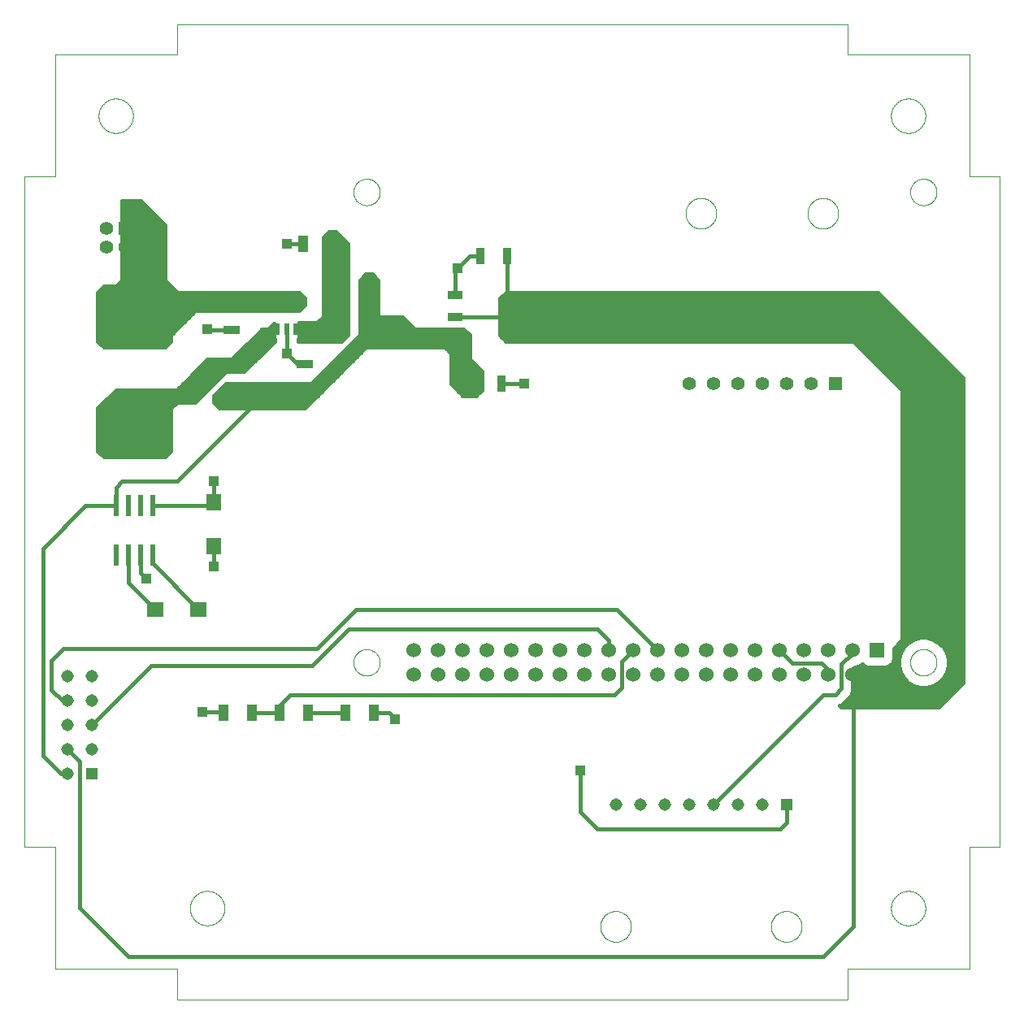
<source format=gtl>
G75*
%MOIN*%
%OFA0B0*%
%FSLAX25Y25*%
%IPPOS*%
%LPD*%
%AMOC8*
5,1,8,0,0,1.08239X$1,22.5*
%
%ADD10C,0.00000*%
%ADD11R,0.07100X0.03600*%
%ADD12R,0.03600X0.07100*%
%ADD13R,0.07087X0.05906*%
%ADD14R,0.05906X0.07087*%
%ADD15R,0.05000X0.05000*%
%ADD16R,0.23622X0.19685*%
%ADD17R,0.04400X0.06900*%
%ADD18R,0.06000X0.06000*%
%ADD19C,0.06000*%
%ADD20R,0.05543X0.05543*%
%ADD21C,0.05543*%
%ADD22C,0.05150*%
%ADD23R,0.05150X0.05150*%
%ADD24R,0.02200X0.05000*%
%ADD25R,0.06400X0.03500*%
%ADD26R,0.06400X0.12500*%
%ADD27R,0.02362X0.08661*%
%ADD28C,0.01600*%
%ADD29R,0.04356X0.04356*%
D10*
X0013500Y0013500D02*
X0013500Y0063500D01*
X0001000Y0063500D01*
X0001000Y0338500D01*
X0013500Y0338500D01*
X0013500Y0388500D01*
X0063500Y0388500D01*
X0063500Y0401000D01*
X0338500Y0401000D01*
X0338500Y0388500D01*
X0388500Y0388500D01*
X0388500Y0338500D01*
X0401000Y0338500D01*
X0401000Y0063500D01*
X0388500Y0063500D01*
X0388500Y0013500D01*
X0338500Y0013500D01*
X0338500Y0001000D01*
X0063500Y0001000D01*
X0063500Y0013500D01*
X0013500Y0013500D01*
X0068950Y0038500D02*
X0068952Y0038673D01*
X0068958Y0038846D01*
X0068969Y0039019D01*
X0068984Y0039191D01*
X0069003Y0039363D01*
X0069026Y0039534D01*
X0069054Y0039705D01*
X0069085Y0039875D01*
X0069121Y0040045D01*
X0069161Y0040213D01*
X0069205Y0040380D01*
X0069254Y0040547D01*
X0069306Y0040711D01*
X0069362Y0040875D01*
X0069422Y0041037D01*
X0069487Y0041198D01*
X0069555Y0041357D01*
X0069627Y0041514D01*
X0069703Y0041670D01*
X0069782Y0041823D01*
X0069866Y0041975D01*
X0069953Y0042124D01*
X0070044Y0042272D01*
X0070138Y0042417D01*
X0070236Y0042559D01*
X0070337Y0042700D01*
X0070442Y0042837D01*
X0070550Y0042972D01*
X0070662Y0043105D01*
X0070776Y0043234D01*
X0070894Y0043361D01*
X0071015Y0043485D01*
X0071139Y0043606D01*
X0071266Y0043724D01*
X0071395Y0043838D01*
X0071528Y0043950D01*
X0071663Y0044058D01*
X0071800Y0044163D01*
X0071941Y0044264D01*
X0072083Y0044362D01*
X0072228Y0044456D01*
X0072376Y0044547D01*
X0072525Y0044634D01*
X0072677Y0044718D01*
X0072830Y0044797D01*
X0072986Y0044873D01*
X0073143Y0044945D01*
X0073302Y0045013D01*
X0073463Y0045078D01*
X0073625Y0045138D01*
X0073789Y0045194D01*
X0073953Y0045246D01*
X0074120Y0045295D01*
X0074287Y0045339D01*
X0074455Y0045379D01*
X0074625Y0045415D01*
X0074795Y0045446D01*
X0074966Y0045474D01*
X0075137Y0045497D01*
X0075309Y0045516D01*
X0075481Y0045531D01*
X0075654Y0045542D01*
X0075827Y0045548D01*
X0076000Y0045550D01*
X0076173Y0045548D01*
X0076346Y0045542D01*
X0076519Y0045531D01*
X0076691Y0045516D01*
X0076863Y0045497D01*
X0077034Y0045474D01*
X0077205Y0045446D01*
X0077375Y0045415D01*
X0077545Y0045379D01*
X0077713Y0045339D01*
X0077880Y0045295D01*
X0078047Y0045246D01*
X0078211Y0045194D01*
X0078375Y0045138D01*
X0078537Y0045078D01*
X0078698Y0045013D01*
X0078857Y0044945D01*
X0079014Y0044873D01*
X0079170Y0044797D01*
X0079323Y0044718D01*
X0079475Y0044634D01*
X0079624Y0044547D01*
X0079772Y0044456D01*
X0079917Y0044362D01*
X0080059Y0044264D01*
X0080200Y0044163D01*
X0080337Y0044058D01*
X0080472Y0043950D01*
X0080605Y0043838D01*
X0080734Y0043724D01*
X0080861Y0043606D01*
X0080985Y0043485D01*
X0081106Y0043361D01*
X0081224Y0043234D01*
X0081338Y0043105D01*
X0081450Y0042972D01*
X0081558Y0042837D01*
X0081663Y0042700D01*
X0081764Y0042559D01*
X0081862Y0042417D01*
X0081956Y0042272D01*
X0082047Y0042124D01*
X0082134Y0041975D01*
X0082218Y0041823D01*
X0082297Y0041670D01*
X0082373Y0041514D01*
X0082445Y0041357D01*
X0082513Y0041198D01*
X0082578Y0041037D01*
X0082638Y0040875D01*
X0082694Y0040711D01*
X0082746Y0040547D01*
X0082795Y0040380D01*
X0082839Y0040213D01*
X0082879Y0040045D01*
X0082915Y0039875D01*
X0082946Y0039705D01*
X0082974Y0039534D01*
X0082997Y0039363D01*
X0083016Y0039191D01*
X0083031Y0039019D01*
X0083042Y0038846D01*
X0083048Y0038673D01*
X0083050Y0038500D01*
X0083048Y0038327D01*
X0083042Y0038154D01*
X0083031Y0037981D01*
X0083016Y0037809D01*
X0082997Y0037637D01*
X0082974Y0037466D01*
X0082946Y0037295D01*
X0082915Y0037125D01*
X0082879Y0036955D01*
X0082839Y0036787D01*
X0082795Y0036620D01*
X0082746Y0036453D01*
X0082694Y0036289D01*
X0082638Y0036125D01*
X0082578Y0035963D01*
X0082513Y0035802D01*
X0082445Y0035643D01*
X0082373Y0035486D01*
X0082297Y0035330D01*
X0082218Y0035177D01*
X0082134Y0035025D01*
X0082047Y0034876D01*
X0081956Y0034728D01*
X0081862Y0034583D01*
X0081764Y0034441D01*
X0081663Y0034300D01*
X0081558Y0034163D01*
X0081450Y0034028D01*
X0081338Y0033895D01*
X0081224Y0033766D01*
X0081106Y0033639D01*
X0080985Y0033515D01*
X0080861Y0033394D01*
X0080734Y0033276D01*
X0080605Y0033162D01*
X0080472Y0033050D01*
X0080337Y0032942D01*
X0080200Y0032837D01*
X0080059Y0032736D01*
X0079917Y0032638D01*
X0079772Y0032544D01*
X0079624Y0032453D01*
X0079475Y0032366D01*
X0079323Y0032282D01*
X0079170Y0032203D01*
X0079014Y0032127D01*
X0078857Y0032055D01*
X0078698Y0031987D01*
X0078537Y0031922D01*
X0078375Y0031862D01*
X0078211Y0031806D01*
X0078047Y0031754D01*
X0077880Y0031705D01*
X0077713Y0031661D01*
X0077545Y0031621D01*
X0077375Y0031585D01*
X0077205Y0031554D01*
X0077034Y0031526D01*
X0076863Y0031503D01*
X0076691Y0031484D01*
X0076519Y0031469D01*
X0076346Y0031458D01*
X0076173Y0031452D01*
X0076000Y0031450D01*
X0075827Y0031452D01*
X0075654Y0031458D01*
X0075481Y0031469D01*
X0075309Y0031484D01*
X0075137Y0031503D01*
X0074966Y0031526D01*
X0074795Y0031554D01*
X0074625Y0031585D01*
X0074455Y0031621D01*
X0074287Y0031661D01*
X0074120Y0031705D01*
X0073953Y0031754D01*
X0073789Y0031806D01*
X0073625Y0031862D01*
X0073463Y0031922D01*
X0073302Y0031987D01*
X0073143Y0032055D01*
X0072986Y0032127D01*
X0072830Y0032203D01*
X0072677Y0032282D01*
X0072525Y0032366D01*
X0072376Y0032453D01*
X0072228Y0032544D01*
X0072083Y0032638D01*
X0071941Y0032736D01*
X0071800Y0032837D01*
X0071663Y0032942D01*
X0071528Y0033050D01*
X0071395Y0033162D01*
X0071266Y0033276D01*
X0071139Y0033394D01*
X0071015Y0033515D01*
X0070894Y0033639D01*
X0070776Y0033766D01*
X0070662Y0033895D01*
X0070550Y0034028D01*
X0070442Y0034163D01*
X0070337Y0034300D01*
X0070236Y0034441D01*
X0070138Y0034583D01*
X0070044Y0034728D01*
X0069953Y0034876D01*
X0069866Y0035025D01*
X0069782Y0035177D01*
X0069703Y0035330D01*
X0069627Y0035486D01*
X0069555Y0035643D01*
X0069487Y0035802D01*
X0069422Y0035963D01*
X0069362Y0036125D01*
X0069306Y0036289D01*
X0069254Y0036453D01*
X0069205Y0036620D01*
X0069161Y0036787D01*
X0069121Y0036955D01*
X0069085Y0037125D01*
X0069054Y0037295D01*
X0069026Y0037466D01*
X0069003Y0037637D01*
X0068984Y0037809D01*
X0068969Y0037981D01*
X0068958Y0038154D01*
X0068952Y0038327D01*
X0068950Y0038500D01*
X0135961Y0139307D02*
X0135963Y0139454D01*
X0135969Y0139600D01*
X0135979Y0139746D01*
X0135993Y0139892D01*
X0136011Y0140038D01*
X0136032Y0140183D01*
X0136058Y0140327D01*
X0136088Y0140471D01*
X0136121Y0140613D01*
X0136158Y0140755D01*
X0136199Y0140896D01*
X0136244Y0141035D01*
X0136293Y0141174D01*
X0136345Y0141311D01*
X0136402Y0141446D01*
X0136461Y0141580D01*
X0136525Y0141712D01*
X0136592Y0141842D01*
X0136662Y0141971D01*
X0136736Y0142098D01*
X0136813Y0142222D01*
X0136894Y0142345D01*
X0136978Y0142465D01*
X0137065Y0142583D01*
X0137155Y0142698D01*
X0137248Y0142811D01*
X0137345Y0142922D01*
X0137444Y0143030D01*
X0137546Y0143135D01*
X0137651Y0143237D01*
X0137759Y0143336D01*
X0137870Y0143433D01*
X0137983Y0143526D01*
X0138098Y0143616D01*
X0138216Y0143703D01*
X0138336Y0143787D01*
X0138459Y0143868D01*
X0138583Y0143945D01*
X0138710Y0144019D01*
X0138839Y0144089D01*
X0138969Y0144156D01*
X0139101Y0144220D01*
X0139235Y0144279D01*
X0139370Y0144336D01*
X0139507Y0144388D01*
X0139646Y0144437D01*
X0139785Y0144482D01*
X0139926Y0144523D01*
X0140068Y0144560D01*
X0140210Y0144593D01*
X0140354Y0144623D01*
X0140498Y0144649D01*
X0140643Y0144670D01*
X0140789Y0144688D01*
X0140935Y0144702D01*
X0141081Y0144712D01*
X0141227Y0144718D01*
X0141374Y0144720D01*
X0141521Y0144718D01*
X0141667Y0144712D01*
X0141813Y0144702D01*
X0141959Y0144688D01*
X0142105Y0144670D01*
X0142250Y0144649D01*
X0142394Y0144623D01*
X0142538Y0144593D01*
X0142680Y0144560D01*
X0142822Y0144523D01*
X0142963Y0144482D01*
X0143102Y0144437D01*
X0143241Y0144388D01*
X0143378Y0144336D01*
X0143513Y0144279D01*
X0143647Y0144220D01*
X0143779Y0144156D01*
X0143909Y0144089D01*
X0144038Y0144019D01*
X0144165Y0143945D01*
X0144289Y0143868D01*
X0144412Y0143787D01*
X0144532Y0143703D01*
X0144650Y0143616D01*
X0144765Y0143526D01*
X0144878Y0143433D01*
X0144989Y0143336D01*
X0145097Y0143237D01*
X0145202Y0143135D01*
X0145304Y0143030D01*
X0145403Y0142922D01*
X0145500Y0142811D01*
X0145593Y0142698D01*
X0145683Y0142583D01*
X0145770Y0142465D01*
X0145854Y0142345D01*
X0145935Y0142222D01*
X0146012Y0142098D01*
X0146086Y0141971D01*
X0146156Y0141842D01*
X0146223Y0141712D01*
X0146287Y0141580D01*
X0146346Y0141446D01*
X0146403Y0141311D01*
X0146455Y0141174D01*
X0146504Y0141035D01*
X0146549Y0140896D01*
X0146590Y0140755D01*
X0146627Y0140613D01*
X0146660Y0140471D01*
X0146690Y0140327D01*
X0146716Y0140183D01*
X0146737Y0140038D01*
X0146755Y0139892D01*
X0146769Y0139746D01*
X0146779Y0139600D01*
X0146785Y0139454D01*
X0146787Y0139307D01*
X0146785Y0139160D01*
X0146779Y0139014D01*
X0146769Y0138868D01*
X0146755Y0138722D01*
X0146737Y0138576D01*
X0146716Y0138431D01*
X0146690Y0138287D01*
X0146660Y0138143D01*
X0146627Y0138001D01*
X0146590Y0137859D01*
X0146549Y0137718D01*
X0146504Y0137579D01*
X0146455Y0137440D01*
X0146403Y0137303D01*
X0146346Y0137168D01*
X0146287Y0137034D01*
X0146223Y0136902D01*
X0146156Y0136772D01*
X0146086Y0136643D01*
X0146012Y0136516D01*
X0145935Y0136392D01*
X0145854Y0136269D01*
X0145770Y0136149D01*
X0145683Y0136031D01*
X0145593Y0135916D01*
X0145500Y0135803D01*
X0145403Y0135692D01*
X0145304Y0135584D01*
X0145202Y0135479D01*
X0145097Y0135377D01*
X0144989Y0135278D01*
X0144878Y0135181D01*
X0144765Y0135088D01*
X0144650Y0134998D01*
X0144532Y0134911D01*
X0144412Y0134827D01*
X0144289Y0134746D01*
X0144165Y0134669D01*
X0144038Y0134595D01*
X0143909Y0134525D01*
X0143779Y0134458D01*
X0143647Y0134394D01*
X0143513Y0134335D01*
X0143378Y0134278D01*
X0143241Y0134226D01*
X0143102Y0134177D01*
X0142963Y0134132D01*
X0142822Y0134091D01*
X0142680Y0134054D01*
X0142538Y0134021D01*
X0142394Y0133991D01*
X0142250Y0133965D01*
X0142105Y0133944D01*
X0141959Y0133926D01*
X0141813Y0133912D01*
X0141667Y0133902D01*
X0141521Y0133896D01*
X0141374Y0133894D01*
X0141227Y0133896D01*
X0141081Y0133902D01*
X0140935Y0133912D01*
X0140789Y0133926D01*
X0140643Y0133944D01*
X0140498Y0133965D01*
X0140354Y0133991D01*
X0140210Y0134021D01*
X0140068Y0134054D01*
X0139926Y0134091D01*
X0139785Y0134132D01*
X0139646Y0134177D01*
X0139507Y0134226D01*
X0139370Y0134278D01*
X0139235Y0134335D01*
X0139101Y0134394D01*
X0138969Y0134458D01*
X0138839Y0134525D01*
X0138710Y0134595D01*
X0138583Y0134669D01*
X0138459Y0134746D01*
X0138336Y0134827D01*
X0138216Y0134911D01*
X0138098Y0134998D01*
X0137983Y0135088D01*
X0137870Y0135181D01*
X0137759Y0135278D01*
X0137651Y0135377D01*
X0137546Y0135479D01*
X0137444Y0135584D01*
X0137345Y0135692D01*
X0137248Y0135803D01*
X0137155Y0135916D01*
X0137065Y0136031D01*
X0136978Y0136149D01*
X0136894Y0136269D01*
X0136813Y0136392D01*
X0136736Y0136516D01*
X0136662Y0136643D01*
X0136592Y0136772D01*
X0136525Y0136902D01*
X0136461Y0137034D01*
X0136402Y0137168D01*
X0136345Y0137303D01*
X0136293Y0137440D01*
X0136244Y0137579D01*
X0136199Y0137718D01*
X0136158Y0137859D01*
X0136121Y0138001D01*
X0136088Y0138143D01*
X0136058Y0138287D01*
X0136032Y0138431D01*
X0136011Y0138576D01*
X0135993Y0138722D01*
X0135979Y0138868D01*
X0135969Y0139014D01*
X0135963Y0139160D01*
X0135961Y0139307D01*
X0237201Y0031000D02*
X0237203Y0031158D01*
X0237209Y0031316D01*
X0237219Y0031474D01*
X0237233Y0031632D01*
X0237251Y0031789D01*
X0237272Y0031946D01*
X0237298Y0032102D01*
X0237328Y0032258D01*
X0237361Y0032413D01*
X0237399Y0032566D01*
X0237440Y0032719D01*
X0237485Y0032871D01*
X0237534Y0033022D01*
X0237587Y0033171D01*
X0237643Y0033319D01*
X0237703Y0033465D01*
X0237767Y0033610D01*
X0237835Y0033753D01*
X0237906Y0033895D01*
X0237980Y0034035D01*
X0238058Y0034172D01*
X0238140Y0034308D01*
X0238224Y0034442D01*
X0238313Y0034573D01*
X0238404Y0034702D01*
X0238499Y0034829D01*
X0238596Y0034954D01*
X0238697Y0035076D01*
X0238801Y0035195D01*
X0238908Y0035312D01*
X0239018Y0035426D01*
X0239131Y0035537D01*
X0239246Y0035646D01*
X0239364Y0035751D01*
X0239485Y0035853D01*
X0239608Y0035953D01*
X0239734Y0036049D01*
X0239862Y0036142D01*
X0239992Y0036232D01*
X0240125Y0036318D01*
X0240260Y0036402D01*
X0240396Y0036481D01*
X0240535Y0036558D01*
X0240676Y0036630D01*
X0240818Y0036700D01*
X0240962Y0036765D01*
X0241108Y0036827D01*
X0241255Y0036885D01*
X0241404Y0036940D01*
X0241554Y0036991D01*
X0241705Y0037038D01*
X0241857Y0037081D01*
X0242010Y0037120D01*
X0242165Y0037156D01*
X0242320Y0037187D01*
X0242476Y0037215D01*
X0242632Y0037239D01*
X0242789Y0037259D01*
X0242947Y0037275D01*
X0243104Y0037287D01*
X0243263Y0037295D01*
X0243421Y0037299D01*
X0243579Y0037299D01*
X0243737Y0037295D01*
X0243896Y0037287D01*
X0244053Y0037275D01*
X0244211Y0037259D01*
X0244368Y0037239D01*
X0244524Y0037215D01*
X0244680Y0037187D01*
X0244835Y0037156D01*
X0244990Y0037120D01*
X0245143Y0037081D01*
X0245295Y0037038D01*
X0245446Y0036991D01*
X0245596Y0036940D01*
X0245745Y0036885D01*
X0245892Y0036827D01*
X0246038Y0036765D01*
X0246182Y0036700D01*
X0246324Y0036630D01*
X0246465Y0036558D01*
X0246604Y0036481D01*
X0246740Y0036402D01*
X0246875Y0036318D01*
X0247008Y0036232D01*
X0247138Y0036142D01*
X0247266Y0036049D01*
X0247392Y0035953D01*
X0247515Y0035853D01*
X0247636Y0035751D01*
X0247754Y0035646D01*
X0247869Y0035537D01*
X0247982Y0035426D01*
X0248092Y0035312D01*
X0248199Y0035195D01*
X0248303Y0035076D01*
X0248404Y0034954D01*
X0248501Y0034829D01*
X0248596Y0034702D01*
X0248687Y0034573D01*
X0248776Y0034442D01*
X0248860Y0034308D01*
X0248942Y0034172D01*
X0249020Y0034035D01*
X0249094Y0033895D01*
X0249165Y0033753D01*
X0249233Y0033610D01*
X0249297Y0033465D01*
X0249357Y0033319D01*
X0249413Y0033171D01*
X0249466Y0033022D01*
X0249515Y0032871D01*
X0249560Y0032719D01*
X0249601Y0032566D01*
X0249639Y0032413D01*
X0249672Y0032258D01*
X0249702Y0032102D01*
X0249728Y0031946D01*
X0249749Y0031789D01*
X0249767Y0031632D01*
X0249781Y0031474D01*
X0249791Y0031316D01*
X0249797Y0031158D01*
X0249799Y0031000D01*
X0249797Y0030842D01*
X0249791Y0030684D01*
X0249781Y0030526D01*
X0249767Y0030368D01*
X0249749Y0030211D01*
X0249728Y0030054D01*
X0249702Y0029898D01*
X0249672Y0029742D01*
X0249639Y0029587D01*
X0249601Y0029434D01*
X0249560Y0029281D01*
X0249515Y0029129D01*
X0249466Y0028978D01*
X0249413Y0028829D01*
X0249357Y0028681D01*
X0249297Y0028535D01*
X0249233Y0028390D01*
X0249165Y0028247D01*
X0249094Y0028105D01*
X0249020Y0027965D01*
X0248942Y0027828D01*
X0248860Y0027692D01*
X0248776Y0027558D01*
X0248687Y0027427D01*
X0248596Y0027298D01*
X0248501Y0027171D01*
X0248404Y0027046D01*
X0248303Y0026924D01*
X0248199Y0026805D01*
X0248092Y0026688D01*
X0247982Y0026574D01*
X0247869Y0026463D01*
X0247754Y0026354D01*
X0247636Y0026249D01*
X0247515Y0026147D01*
X0247392Y0026047D01*
X0247266Y0025951D01*
X0247138Y0025858D01*
X0247008Y0025768D01*
X0246875Y0025682D01*
X0246740Y0025598D01*
X0246604Y0025519D01*
X0246465Y0025442D01*
X0246324Y0025370D01*
X0246182Y0025300D01*
X0246038Y0025235D01*
X0245892Y0025173D01*
X0245745Y0025115D01*
X0245596Y0025060D01*
X0245446Y0025009D01*
X0245295Y0024962D01*
X0245143Y0024919D01*
X0244990Y0024880D01*
X0244835Y0024844D01*
X0244680Y0024813D01*
X0244524Y0024785D01*
X0244368Y0024761D01*
X0244211Y0024741D01*
X0244053Y0024725D01*
X0243896Y0024713D01*
X0243737Y0024705D01*
X0243579Y0024701D01*
X0243421Y0024701D01*
X0243263Y0024705D01*
X0243104Y0024713D01*
X0242947Y0024725D01*
X0242789Y0024741D01*
X0242632Y0024761D01*
X0242476Y0024785D01*
X0242320Y0024813D01*
X0242165Y0024844D01*
X0242010Y0024880D01*
X0241857Y0024919D01*
X0241705Y0024962D01*
X0241554Y0025009D01*
X0241404Y0025060D01*
X0241255Y0025115D01*
X0241108Y0025173D01*
X0240962Y0025235D01*
X0240818Y0025300D01*
X0240676Y0025370D01*
X0240535Y0025442D01*
X0240396Y0025519D01*
X0240260Y0025598D01*
X0240125Y0025682D01*
X0239992Y0025768D01*
X0239862Y0025858D01*
X0239734Y0025951D01*
X0239608Y0026047D01*
X0239485Y0026147D01*
X0239364Y0026249D01*
X0239246Y0026354D01*
X0239131Y0026463D01*
X0239018Y0026574D01*
X0238908Y0026688D01*
X0238801Y0026805D01*
X0238697Y0026924D01*
X0238596Y0027046D01*
X0238499Y0027171D01*
X0238404Y0027298D01*
X0238313Y0027427D01*
X0238224Y0027558D01*
X0238140Y0027692D01*
X0238058Y0027828D01*
X0237980Y0027965D01*
X0237906Y0028105D01*
X0237835Y0028247D01*
X0237767Y0028390D01*
X0237703Y0028535D01*
X0237643Y0028681D01*
X0237587Y0028829D01*
X0237534Y0028978D01*
X0237485Y0029129D01*
X0237440Y0029281D01*
X0237399Y0029434D01*
X0237361Y0029587D01*
X0237328Y0029742D01*
X0237298Y0029898D01*
X0237272Y0030054D01*
X0237251Y0030211D01*
X0237233Y0030368D01*
X0237219Y0030526D01*
X0237209Y0030684D01*
X0237203Y0030842D01*
X0237201Y0031000D01*
X0307201Y0031000D02*
X0307203Y0031158D01*
X0307209Y0031316D01*
X0307219Y0031474D01*
X0307233Y0031632D01*
X0307251Y0031789D01*
X0307272Y0031946D01*
X0307298Y0032102D01*
X0307328Y0032258D01*
X0307361Y0032413D01*
X0307399Y0032566D01*
X0307440Y0032719D01*
X0307485Y0032871D01*
X0307534Y0033022D01*
X0307587Y0033171D01*
X0307643Y0033319D01*
X0307703Y0033465D01*
X0307767Y0033610D01*
X0307835Y0033753D01*
X0307906Y0033895D01*
X0307980Y0034035D01*
X0308058Y0034172D01*
X0308140Y0034308D01*
X0308224Y0034442D01*
X0308313Y0034573D01*
X0308404Y0034702D01*
X0308499Y0034829D01*
X0308596Y0034954D01*
X0308697Y0035076D01*
X0308801Y0035195D01*
X0308908Y0035312D01*
X0309018Y0035426D01*
X0309131Y0035537D01*
X0309246Y0035646D01*
X0309364Y0035751D01*
X0309485Y0035853D01*
X0309608Y0035953D01*
X0309734Y0036049D01*
X0309862Y0036142D01*
X0309992Y0036232D01*
X0310125Y0036318D01*
X0310260Y0036402D01*
X0310396Y0036481D01*
X0310535Y0036558D01*
X0310676Y0036630D01*
X0310818Y0036700D01*
X0310962Y0036765D01*
X0311108Y0036827D01*
X0311255Y0036885D01*
X0311404Y0036940D01*
X0311554Y0036991D01*
X0311705Y0037038D01*
X0311857Y0037081D01*
X0312010Y0037120D01*
X0312165Y0037156D01*
X0312320Y0037187D01*
X0312476Y0037215D01*
X0312632Y0037239D01*
X0312789Y0037259D01*
X0312947Y0037275D01*
X0313104Y0037287D01*
X0313263Y0037295D01*
X0313421Y0037299D01*
X0313579Y0037299D01*
X0313737Y0037295D01*
X0313896Y0037287D01*
X0314053Y0037275D01*
X0314211Y0037259D01*
X0314368Y0037239D01*
X0314524Y0037215D01*
X0314680Y0037187D01*
X0314835Y0037156D01*
X0314990Y0037120D01*
X0315143Y0037081D01*
X0315295Y0037038D01*
X0315446Y0036991D01*
X0315596Y0036940D01*
X0315745Y0036885D01*
X0315892Y0036827D01*
X0316038Y0036765D01*
X0316182Y0036700D01*
X0316324Y0036630D01*
X0316465Y0036558D01*
X0316604Y0036481D01*
X0316740Y0036402D01*
X0316875Y0036318D01*
X0317008Y0036232D01*
X0317138Y0036142D01*
X0317266Y0036049D01*
X0317392Y0035953D01*
X0317515Y0035853D01*
X0317636Y0035751D01*
X0317754Y0035646D01*
X0317869Y0035537D01*
X0317982Y0035426D01*
X0318092Y0035312D01*
X0318199Y0035195D01*
X0318303Y0035076D01*
X0318404Y0034954D01*
X0318501Y0034829D01*
X0318596Y0034702D01*
X0318687Y0034573D01*
X0318776Y0034442D01*
X0318860Y0034308D01*
X0318942Y0034172D01*
X0319020Y0034035D01*
X0319094Y0033895D01*
X0319165Y0033753D01*
X0319233Y0033610D01*
X0319297Y0033465D01*
X0319357Y0033319D01*
X0319413Y0033171D01*
X0319466Y0033022D01*
X0319515Y0032871D01*
X0319560Y0032719D01*
X0319601Y0032566D01*
X0319639Y0032413D01*
X0319672Y0032258D01*
X0319702Y0032102D01*
X0319728Y0031946D01*
X0319749Y0031789D01*
X0319767Y0031632D01*
X0319781Y0031474D01*
X0319791Y0031316D01*
X0319797Y0031158D01*
X0319799Y0031000D01*
X0319797Y0030842D01*
X0319791Y0030684D01*
X0319781Y0030526D01*
X0319767Y0030368D01*
X0319749Y0030211D01*
X0319728Y0030054D01*
X0319702Y0029898D01*
X0319672Y0029742D01*
X0319639Y0029587D01*
X0319601Y0029434D01*
X0319560Y0029281D01*
X0319515Y0029129D01*
X0319466Y0028978D01*
X0319413Y0028829D01*
X0319357Y0028681D01*
X0319297Y0028535D01*
X0319233Y0028390D01*
X0319165Y0028247D01*
X0319094Y0028105D01*
X0319020Y0027965D01*
X0318942Y0027828D01*
X0318860Y0027692D01*
X0318776Y0027558D01*
X0318687Y0027427D01*
X0318596Y0027298D01*
X0318501Y0027171D01*
X0318404Y0027046D01*
X0318303Y0026924D01*
X0318199Y0026805D01*
X0318092Y0026688D01*
X0317982Y0026574D01*
X0317869Y0026463D01*
X0317754Y0026354D01*
X0317636Y0026249D01*
X0317515Y0026147D01*
X0317392Y0026047D01*
X0317266Y0025951D01*
X0317138Y0025858D01*
X0317008Y0025768D01*
X0316875Y0025682D01*
X0316740Y0025598D01*
X0316604Y0025519D01*
X0316465Y0025442D01*
X0316324Y0025370D01*
X0316182Y0025300D01*
X0316038Y0025235D01*
X0315892Y0025173D01*
X0315745Y0025115D01*
X0315596Y0025060D01*
X0315446Y0025009D01*
X0315295Y0024962D01*
X0315143Y0024919D01*
X0314990Y0024880D01*
X0314835Y0024844D01*
X0314680Y0024813D01*
X0314524Y0024785D01*
X0314368Y0024761D01*
X0314211Y0024741D01*
X0314053Y0024725D01*
X0313896Y0024713D01*
X0313737Y0024705D01*
X0313579Y0024701D01*
X0313421Y0024701D01*
X0313263Y0024705D01*
X0313104Y0024713D01*
X0312947Y0024725D01*
X0312789Y0024741D01*
X0312632Y0024761D01*
X0312476Y0024785D01*
X0312320Y0024813D01*
X0312165Y0024844D01*
X0312010Y0024880D01*
X0311857Y0024919D01*
X0311705Y0024962D01*
X0311554Y0025009D01*
X0311404Y0025060D01*
X0311255Y0025115D01*
X0311108Y0025173D01*
X0310962Y0025235D01*
X0310818Y0025300D01*
X0310676Y0025370D01*
X0310535Y0025442D01*
X0310396Y0025519D01*
X0310260Y0025598D01*
X0310125Y0025682D01*
X0309992Y0025768D01*
X0309862Y0025858D01*
X0309734Y0025951D01*
X0309608Y0026047D01*
X0309485Y0026147D01*
X0309364Y0026249D01*
X0309246Y0026354D01*
X0309131Y0026463D01*
X0309018Y0026574D01*
X0308908Y0026688D01*
X0308801Y0026805D01*
X0308697Y0026924D01*
X0308596Y0027046D01*
X0308499Y0027171D01*
X0308404Y0027298D01*
X0308313Y0027427D01*
X0308224Y0027558D01*
X0308140Y0027692D01*
X0308058Y0027828D01*
X0307980Y0027965D01*
X0307906Y0028105D01*
X0307835Y0028247D01*
X0307767Y0028390D01*
X0307703Y0028535D01*
X0307643Y0028681D01*
X0307587Y0028829D01*
X0307534Y0028978D01*
X0307485Y0029129D01*
X0307440Y0029281D01*
X0307399Y0029434D01*
X0307361Y0029587D01*
X0307328Y0029742D01*
X0307298Y0029898D01*
X0307272Y0030054D01*
X0307251Y0030211D01*
X0307233Y0030368D01*
X0307219Y0030526D01*
X0307209Y0030684D01*
X0307203Y0030842D01*
X0307201Y0031000D01*
X0356450Y0038500D02*
X0356452Y0038673D01*
X0356458Y0038846D01*
X0356469Y0039019D01*
X0356484Y0039191D01*
X0356503Y0039363D01*
X0356526Y0039534D01*
X0356554Y0039705D01*
X0356585Y0039875D01*
X0356621Y0040045D01*
X0356661Y0040213D01*
X0356705Y0040380D01*
X0356754Y0040547D01*
X0356806Y0040711D01*
X0356862Y0040875D01*
X0356922Y0041037D01*
X0356987Y0041198D01*
X0357055Y0041357D01*
X0357127Y0041514D01*
X0357203Y0041670D01*
X0357282Y0041823D01*
X0357366Y0041975D01*
X0357453Y0042124D01*
X0357544Y0042272D01*
X0357638Y0042417D01*
X0357736Y0042559D01*
X0357837Y0042700D01*
X0357942Y0042837D01*
X0358050Y0042972D01*
X0358162Y0043105D01*
X0358276Y0043234D01*
X0358394Y0043361D01*
X0358515Y0043485D01*
X0358639Y0043606D01*
X0358766Y0043724D01*
X0358895Y0043838D01*
X0359028Y0043950D01*
X0359163Y0044058D01*
X0359300Y0044163D01*
X0359441Y0044264D01*
X0359583Y0044362D01*
X0359728Y0044456D01*
X0359876Y0044547D01*
X0360025Y0044634D01*
X0360177Y0044718D01*
X0360330Y0044797D01*
X0360486Y0044873D01*
X0360643Y0044945D01*
X0360802Y0045013D01*
X0360963Y0045078D01*
X0361125Y0045138D01*
X0361289Y0045194D01*
X0361453Y0045246D01*
X0361620Y0045295D01*
X0361787Y0045339D01*
X0361955Y0045379D01*
X0362125Y0045415D01*
X0362295Y0045446D01*
X0362466Y0045474D01*
X0362637Y0045497D01*
X0362809Y0045516D01*
X0362981Y0045531D01*
X0363154Y0045542D01*
X0363327Y0045548D01*
X0363500Y0045550D01*
X0363673Y0045548D01*
X0363846Y0045542D01*
X0364019Y0045531D01*
X0364191Y0045516D01*
X0364363Y0045497D01*
X0364534Y0045474D01*
X0364705Y0045446D01*
X0364875Y0045415D01*
X0365045Y0045379D01*
X0365213Y0045339D01*
X0365380Y0045295D01*
X0365547Y0045246D01*
X0365711Y0045194D01*
X0365875Y0045138D01*
X0366037Y0045078D01*
X0366198Y0045013D01*
X0366357Y0044945D01*
X0366514Y0044873D01*
X0366670Y0044797D01*
X0366823Y0044718D01*
X0366975Y0044634D01*
X0367124Y0044547D01*
X0367272Y0044456D01*
X0367417Y0044362D01*
X0367559Y0044264D01*
X0367700Y0044163D01*
X0367837Y0044058D01*
X0367972Y0043950D01*
X0368105Y0043838D01*
X0368234Y0043724D01*
X0368361Y0043606D01*
X0368485Y0043485D01*
X0368606Y0043361D01*
X0368724Y0043234D01*
X0368838Y0043105D01*
X0368950Y0042972D01*
X0369058Y0042837D01*
X0369163Y0042700D01*
X0369264Y0042559D01*
X0369362Y0042417D01*
X0369456Y0042272D01*
X0369547Y0042124D01*
X0369634Y0041975D01*
X0369718Y0041823D01*
X0369797Y0041670D01*
X0369873Y0041514D01*
X0369945Y0041357D01*
X0370013Y0041198D01*
X0370078Y0041037D01*
X0370138Y0040875D01*
X0370194Y0040711D01*
X0370246Y0040547D01*
X0370295Y0040380D01*
X0370339Y0040213D01*
X0370379Y0040045D01*
X0370415Y0039875D01*
X0370446Y0039705D01*
X0370474Y0039534D01*
X0370497Y0039363D01*
X0370516Y0039191D01*
X0370531Y0039019D01*
X0370542Y0038846D01*
X0370548Y0038673D01*
X0370550Y0038500D01*
X0370548Y0038327D01*
X0370542Y0038154D01*
X0370531Y0037981D01*
X0370516Y0037809D01*
X0370497Y0037637D01*
X0370474Y0037466D01*
X0370446Y0037295D01*
X0370415Y0037125D01*
X0370379Y0036955D01*
X0370339Y0036787D01*
X0370295Y0036620D01*
X0370246Y0036453D01*
X0370194Y0036289D01*
X0370138Y0036125D01*
X0370078Y0035963D01*
X0370013Y0035802D01*
X0369945Y0035643D01*
X0369873Y0035486D01*
X0369797Y0035330D01*
X0369718Y0035177D01*
X0369634Y0035025D01*
X0369547Y0034876D01*
X0369456Y0034728D01*
X0369362Y0034583D01*
X0369264Y0034441D01*
X0369163Y0034300D01*
X0369058Y0034163D01*
X0368950Y0034028D01*
X0368838Y0033895D01*
X0368724Y0033766D01*
X0368606Y0033639D01*
X0368485Y0033515D01*
X0368361Y0033394D01*
X0368234Y0033276D01*
X0368105Y0033162D01*
X0367972Y0033050D01*
X0367837Y0032942D01*
X0367700Y0032837D01*
X0367559Y0032736D01*
X0367417Y0032638D01*
X0367272Y0032544D01*
X0367124Y0032453D01*
X0366975Y0032366D01*
X0366823Y0032282D01*
X0366670Y0032203D01*
X0366514Y0032127D01*
X0366357Y0032055D01*
X0366198Y0031987D01*
X0366037Y0031922D01*
X0365875Y0031862D01*
X0365711Y0031806D01*
X0365547Y0031754D01*
X0365380Y0031705D01*
X0365213Y0031661D01*
X0365045Y0031621D01*
X0364875Y0031585D01*
X0364705Y0031554D01*
X0364534Y0031526D01*
X0364363Y0031503D01*
X0364191Y0031484D01*
X0364019Y0031469D01*
X0363846Y0031458D01*
X0363673Y0031452D01*
X0363500Y0031450D01*
X0363327Y0031452D01*
X0363154Y0031458D01*
X0362981Y0031469D01*
X0362809Y0031484D01*
X0362637Y0031503D01*
X0362466Y0031526D01*
X0362295Y0031554D01*
X0362125Y0031585D01*
X0361955Y0031621D01*
X0361787Y0031661D01*
X0361620Y0031705D01*
X0361453Y0031754D01*
X0361289Y0031806D01*
X0361125Y0031862D01*
X0360963Y0031922D01*
X0360802Y0031987D01*
X0360643Y0032055D01*
X0360486Y0032127D01*
X0360330Y0032203D01*
X0360177Y0032282D01*
X0360025Y0032366D01*
X0359876Y0032453D01*
X0359728Y0032544D01*
X0359583Y0032638D01*
X0359441Y0032736D01*
X0359300Y0032837D01*
X0359163Y0032942D01*
X0359028Y0033050D01*
X0358895Y0033162D01*
X0358766Y0033276D01*
X0358639Y0033394D01*
X0358515Y0033515D01*
X0358394Y0033639D01*
X0358276Y0033766D01*
X0358162Y0033895D01*
X0358050Y0034028D01*
X0357942Y0034163D01*
X0357837Y0034300D01*
X0357736Y0034441D01*
X0357638Y0034583D01*
X0357544Y0034728D01*
X0357453Y0034876D01*
X0357366Y0035025D01*
X0357282Y0035177D01*
X0357203Y0035330D01*
X0357127Y0035486D01*
X0357055Y0035643D01*
X0356987Y0035802D01*
X0356922Y0035963D01*
X0356862Y0036125D01*
X0356806Y0036289D01*
X0356754Y0036453D01*
X0356705Y0036620D01*
X0356661Y0036787D01*
X0356621Y0036955D01*
X0356585Y0037125D01*
X0356554Y0037295D01*
X0356526Y0037466D01*
X0356503Y0037637D01*
X0356484Y0037809D01*
X0356469Y0037981D01*
X0356458Y0038154D01*
X0356452Y0038327D01*
X0356450Y0038500D01*
X0364307Y0139307D02*
X0364309Y0139454D01*
X0364315Y0139600D01*
X0364325Y0139746D01*
X0364339Y0139892D01*
X0364357Y0140038D01*
X0364378Y0140183D01*
X0364404Y0140327D01*
X0364434Y0140471D01*
X0364467Y0140613D01*
X0364504Y0140755D01*
X0364545Y0140896D01*
X0364590Y0141035D01*
X0364639Y0141174D01*
X0364691Y0141311D01*
X0364748Y0141446D01*
X0364807Y0141580D01*
X0364871Y0141712D01*
X0364938Y0141842D01*
X0365008Y0141971D01*
X0365082Y0142098D01*
X0365159Y0142222D01*
X0365240Y0142345D01*
X0365324Y0142465D01*
X0365411Y0142583D01*
X0365501Y0142698D01*
X0365594Y0142811D01*
X0365691Y0142922D01*
X0365790Y0143030D01*
X0365892Y0143135D01*
X0365997Y0143237D01*
X0366105Y0143336D01*
X0366216Y0143433D01*
X0366329Y0143526D01*
X0366444Y0143616D01*
X0366562Y0143703D01*
X0366682Y0143787D01*
X0366805Y0143868D01*
X0366929Y0143945D01*
X0367056Y0144019D01*
X0367185Y0144089D01*
X0367315Y0144156D01*
X0367447Y0144220D01*
X0367581Y0144279D01*
X0367716Y0144336D01*
X0367853Y0144388D01*
X0367992Y0144437D01*
X0368131Y0144482D01*
X0368272Y0144523D01*
X0368414Y0144560D01*
X0368556Y0144593D01*
X0368700Y0144623D01*
X0368844Y0144649D01*
X0368989Y0144670D01*
X0369135Y0144688D01*
X0369281Y0144702D01*
X0369427Y0144712D01*
X0369573Y0144718D01*
X0369720Y0144720D01*
X0369867Y0144718D01*
X0370013Y0144712D01*
X0370159Y0144702D01*
X0370305Y0144688D01*
X0370451Y0144670D01*
X0370596Y0144649D01*
X0370740Y0144623D01*
X0370884Y0144593D01*
X0371026Y0144560D01*
X0371168Y0144523D01*
X0371309Y0144482D01*
X0371448Y0144437D01*
X0371587Y0144388D01*
X0371724Y0144336D01*
X0371859Y0144279D01*
X0371993Y0144220D01*
X0372125Y0144156D01*
X0372255Y0144089D01*
X0372384Y0144019D01*
X0372511Y0143945D01*
X0372635Y0143868D01*
X0372758Y0143787D01*
X0372878Y0143703D01*
X0372996Y0143616D01*
X0373111Y0143526D01*
X0373224Y0143433D01*
X0373335Y0143336D01*
X0373443Y0143237D01*
X0373548Y0143135D01*
X0373650Y0143030D01*
X0373749Y0142922D01*
X0373846Y0142811D01*
X0373939Y0142698D01*
X0374029Y0142583D01*
X0374116Y0142465D01*
X0374200Y0142345D01*
X0374281Y0142222D01*
X0374358Y0142098D01*
X0374432Y0141971D01*
X0374502Y0141842D01*
X0374569Y0141712D01*
X0374633Y0141580D01*
X0374692Y0141446D01*
X0374749Y0141311D01*
X0374801Y0141174D01*
X0374850Y0141035D01*
X0374895Y0140896D01*
X0374936Y0140755D01*
X0374973Y0140613D01*
X0375006Y0140471D01*
X0375036Y0140327D01*
X0375062Y0140183D01*
X0375083Y0140038D01*
X0375101Y0139892D01*
X0375115Y0139746D01*
X0375125Y0139600D01*
X0375131Y0139454D01*
X0375133Y0139307D01*
X0375131Y0139160D01*
X0375125Y0139014D01*
X0375115Y0138868D01*
X0375101Y0138722D01*
X0375083Y0138576D01*
X0375062Y0138431D01*
X0375036Y0138287D01*
X0375006Y0138143D01*
X0374973Y0138001D01*
X0374936Y0137859D01*
X0374895Y0137718D01*
X0374850Y0137579D01*
X0374801Y0137440D01*
X0374749Y0137303D01*
X0374692Y0137168D01*
X0374633Y0137034D01*
X0374569Y0136902D01*
X0374502Y0136772D01*
X0374432Y0136643D01*
X0374358Y0136516D01*
X0374281Y0136392D01*
X0374200Y0136269D01*
X0374116Y0136149D01*
X0374029Y0136031D01*
X0373939Y0135916D01*
X0373846Y0135803D01*
X0373749Y0135692D01*
X0373650Y0135584D01*
X0373548Y0135479D01*
X0373443Y0135377D01*
X0373335Y0135278D01*
X0373224Y0135181D01*
X0373111Y0135088D01*
X0372996Y0134998D01*
X0372878Y0134911D01*
X0372758Y0134827D01*
X0372635Y0134746D01*
X0372511Y0134669D01*
X0372384Y0134595D01*
X0372255Y0134525D01*
X0372125Y0134458D01*
X0371993Y0134394D01*
X0371859Y0134335D01*
X0371724Y0134278D01*
X0371587Y0134226D01*
X0371448Y0134177D01*
X0371309Y0134132D01*
X0371168Y0134091D01*
X0371026Y0134054D01*
X0370884Y0134021D01*
X0370740Y0133991D01*
X0370596Y0133965D01*
X0370451Y0133944D01*
X0370305Y0133926D01*
X0370159Y0133912D01*
X0370013Y0133902D01*
X0369867Y0133896D01*
X0369720Y0133894D01*
X0369573Y0133896D01*
X0369427Y0133902D01*
X0369281Y0133912D01*
X0369135Y0133926D01*
X0368989Y0133944D01*
X0368844Y0133965D01*
X0368700Y0133991D01*
X0368556Y0134021D01*
X0368414Y0134054D01*
X0368272Y0134091D01*
X0368131Y0134132D01*
X0367992Y0134177D01*
X0367853Y0134226D01*
X0367716Y0134278D01*
X0367581Y0134335D01*
X0367447Y0134394D01*
X0367315Y0134458D01*
X0367185Y0134525D01*
X0367056Y0134595D01*
X0366929Y0134669D01*
X0366805Y0134746D01*
X0366682Y0134827D01*
X0366562Y0134911D01*
X0366444Y0134998D01*
X0366329Y0135088D01*
X0366216Y0135181D01*
X0366105Y0135278D01*
X0365997Y0135377D01*
X0365892Y0135479D01*
X0365790Y0135584D01*
X0365691Y0135692D01*
X0365594Y0135803D01*
X0365501Y0135916D01*
X0365411Y0136031D01*
X0365324Y0136149D01*
X0365240Y0136269D01*
X0365159Y0136392D01*
X0365082Y0136516D01*
X0365008Y0136643D01*
X0364938Y0136772D01*
X0364871Y0136902D01*
X0364807Y0137034D01*
X0364748Y0137168D01*
X0364691Y0137303D01*
X0364639Y0137440D01*
X0364590Y0137579D01*
X0364545Y0137718D01*
X0364504Y0137859D01*
X0364467Y0138001D01*
X0364434Y0138143D01*
X0364404Y0138287D01*
X0364378Y0138431D01*
X0364357Y0138576D01*
X0364339Y0138722D01*
X0364325Y0138868D01*
X0364315Y0139014D01*
X0364309Y0139160D01*
X0364307Y0139307D01*
X0322201Y0323500D02*
X0322203Y0323658D01*
X0322209Y0323816D01*
X0322219Y0323974D01*
X0322233Y0324132D01*
X0322251Y0324289D01*
X0322272Y0324446D01*
X0322298Y0324602D01*
X0322328Y0324758D01*
X0322361Y0324913D01*
X0322399Y0325066D01*
X0322440Y0325219D01*
X0322485Y0325371D01*
X0322534Y0325522D01*
X0322587Y0325671D01*
X0322643Y0325819D01*
X0322703Y0325965D01*
X0322767Y0326110D01*
X0322835Y0326253D01*
X0322906Y0326395D01*
X0322980Y0326535D01*
X0323058Y0326672D01*
X0323140Y0326808D01*
X0323224Y0326942D01*
X0323313Y0327073D01*
X0323404Y0327202D01*
X0323499Y0327329D01*
X0323596Y0327454D01*
X0323697Y0327576D01*
X0323801Y0327695D01*
X0323908Y0327812D01*
X0324018Y0327926D01*
X0324131Y0328037D01*
X0324246Y0328146D01*
X0324364Y0328251D01*
X0324485Y0328353D01*
X0324608Y0328453D01*
X0324734Y0328549D01*
X0324862Y0328642D01*
X0324992Y0328732D01*
X0325125Y0328818D01*
X0325260Y0328902D01*
X0325396Y0328981D01*
X0325535Y0329058D01*
X0325676Y0329130D01*
X0325818Y0329200D01*
X0325962Y0329265D01*
X0326108Y0329327D01*
X0326255Y0329385D01*
X0326404Y0329440D01*
X0326554Y0329491D01*
X0326705Y0329538D01*
X0326857Y0329581D01*
X0327010Y0329620D01*
X0327165Y0329656D01*
X0327320Y0329687D01*
X0327476Y0329715D01*
X0327632Y0329739D01*
X0327789Y0329759D01*
X0327947Y0329775D01*
X0328104Y0329787D01*
X0328263Y0329795D01*
X0328421Y0329799D01*
X0328579Y0329799D01*
X0328737Y0329795D01*
X0328896Y0329787D01*
X0329053Y0329775D01*
X0329211Y0329759D01*
X0329368Y0329739D01*
X0329524Y0329715D01*
X0329680Y0329687D01*
X0329835Y0329656D01*
X0329990Y0329620D01*
X0330143Y0329581D01*
X0330295Y0329538D01*
X0330446Y0329491D01*
X0330596Y0329440D01*
X0330745Y0329385D01*
X0330892Y0329327D01*
X0331038Y0329265D01*
X0331182Y0329200D01*
X0331324Y0329130D01*
X0331465Y0329058D01*
X0331604Y0328981D01*
X0331740Y0328902D01*
X0331875Y0328818D01*
X0332008Y0328732D01*
X0332138Y0328642D01*
X0332266Y0328549D01*
X0332392Y0328453D01*
X0332515Y0328353D01*
X0332636Y0328251D01*
X0332754Y0328146D01*
X0332869Y0328037D01*
X0332982Y0327926D01*
X0333092Y0327812D01*
X0333199Y0327695D01*
X0333303Y0327576D01*
X0333404Y0327454D01*
X0333501Y0327329D01*
X0333596Y0327202D01*
X0333687Y0327073D01*
X0333776Y0326942D01*
X0333860Y0326808D01*
X0333942Y0326672D01*
X0334020Y0326535D01*
X0334094Y0326395D01*
X0334165Y0326253D01*
X0334233Y0326110D01*
X0334297Y0325965D01*
X0334357Y0325819D01*
X0334413Y0325671D01*
X0334466Y0325522D01*
X0334515Y0325371D01*
X0334560Y0325219D01*
X0334601Y0325066D01*
X0334639Y0324913D01*
X0334672Y0324758D01*
X0334702Y0324602D01*
X0334728Y0324446D01*
X0334749Y0324289D01*
X0334767Y0324132D01*
X0334781Y0323974D01*
X0334791Y0323816D01*
X0334797Y0323658D01*
X0334799Y0323500D01*
X0334797Y0323342D01*
X0334791Y0323184D01*
X0334781Y0323026D01*
X0334767Y0322868D01*
X0334749Y0322711D01*
X0334728Y0322554D01*
X0334702Y0322398D01*
X0334672Y0322242D01*
X0334639Y0322087D01*
X0334601Y0321934D01*
X0334560Y0321781D01*
X0334515Y0321629D01*
X0334466Y0321478D01*
X0334413Y0321329D01*
X0334357Y0321181D01*
X0334297Y0321035D01*
X0334233Y0320890D01*
X0334165Y0320747D01*
X0334094Y0320605D01*
X0334020Y0320465D01*
X0333942Y0320328D01*
X0333860Y0320192D01*
X0333776Y0320058D01*
X0333687Y0319927D01*
X0333596Y0319798D01*
X0333501Y0319671D01*
X0333404Y0319546D01*
X0333303Y0319424D01*
X0333199Y0319305D01*
X0333092Y0319188D01*
X0332982Y0319074D01*
X0332869Y0318963D01*
X0332754Y0318854D01*
X0332636Y0318749D01*
X0332515Y0318647D01*
X0332392Y0318547D01*
X0332266Y0318451D01*
X0332138Y0318358D01*
X0332008Y0318268D01*
X0331875Y0318182D01*
X0331740Y0318098D01*
X0331604Y0318019D01*
X0331465Y0317942D01*
X0331324Y0317870D01*
X0331182Y0317800D01*
X0331038Y0317735D01*
X0330892Y0317673D01*
X0330745Y0317615D01*
X0330596Y0317560D01*
X0330446Y0317509D01*
X0330295Y0317462D01*
X0330143Y0317419D01*
X0329990Y0317380D01*
X0329835Y0317344D01*
X0329680Y0317313D01*
X0329524Y0317285D01*
X0329368Y0317261D01*
X0329211Y0317241D01*
X0329053Y0317225D01*
X0328896Y0317213D01*
X0328737Y0317205D01*
X0328579Y0317201D01*
X0328421Y0317201D01*
X0328263Y0317205D01*
X0328104Y0317213D01*
X0327947Y0317225D01*
X0327789Y0317241D01*
X0327632Y0317261D01*
X0327476Y0317285D01*
X0327320Y0317313D01*
X0327165Y0317344D01*
X0327010Y0317380D01*
X0326857Y0317419D01*
X0326705Y0317462D01*
X0326554Y0317509D01*
X0326404Y0317560D01*
X0326255Y0317615D01*
X0326108Y0317673D01*
X0325962Y0317735D01*
X0325818Y0317800D01*
X0325676Y0317870D01*
X0325535Y0317942D01*
X0325396Y0318019D01*
X0325260Y0318098D01*
X0325125Y0318182D01*
X0324992Y0318268D01*
X0324862Y0318358D01*
X0324734Y0318451D01*
X0324608Y0318547D01*
X0324485Y0318647D01*
X0324364Y0318749D01*
X0324246Y0318854D01*
X0324131Y0318963D01*
X0324018Y0319074D01*
X0323908Y0319188D01*
X0323801Y0319305D01*
X0323697Y0319424D01*
X0323596Y0319546D01*
X0323499Y0319671D01*
X0323404Y0319798D01*
X0323313Y0319927D01*
X0323224Y0320058D01*
X0323140Y0320192D01*
X0323058Y0320328D01*
X0322980Y0320465D01*
X0322906Y0320605D01*
X0322835Y0320747D01*
X0322767Y0320890D01*
X0322703Y0321035D01*
X0322643Y0321181D01*
X0322587Y0321329D01*
X0322534Y0321478D01*
X0322485Y0321629D01*
X0322440Y0321781D01*
X0322399Y0321934D01*
X0322361Y0322087D01*
X0322328Y0322242D01*
X0322298Y0322398D01*
X0322272Y0322554D01*
X0322251Y0322711D01*
X0322233Y0322868D01*
X0322219Y0323026D01*
X0322209Y0323184D01*
X0322203Y0323342D01*
X0322201Y0323500D01*
X0356450Y0363500D02*
X0356452Y0363673D01*
X0356458Y0363846D01*
X0356469Y0364019D01*
X0356484Y0364191D01*
X0356503Y0364363D01*
X0356526Y0364534D01*
X0356554Y0364705D01*
X0356585Y0364875D01*
X0356621Y0365045D01*
X0356661Y0365213D01*
X0356705Y0365380D01*
X0356754Y0365547D01*
X0356806Y0365711D01*
X0356862Y0365875D01*
X0356922Y0366037D01*
X0356987Y0366198D01*
X0357055Y0366357D01*
X0357127Y0366514D01*
X0357203Y0366670D01*
X0357282Y0366823D01*
X0357366Y0366975D01*
X0357453Y0367124D01*
X0357544Y0367272D01*
X0357638Y0367417D01*
X0357736Y0367559D01*
X0357837Y0367700D01*
X0357942Y0367837D01*
X0358050Y0367972D01*
X0358162Y0368105D01*
X0358276Y0368234D01*
X0358394Y0368361D01*
X0358515Y0368485D01*
X0358639Y0368606D01*
X0358766Y0368724D01*
X0358895Y0368838D01*
X0359028Y0368950D01*
X0359163Y0369058D01*
X0359300Y0369163D01*
X0359441Y0369264D01*
X0359583Y0369362D01*
X0359728Y0369456D01*
X0359876Y0369547D01*
X0360025Y0369634D01*
X0360177Y0369718D01*
X0360330Y0369797D01*
X0360486Y0369873D01*
X0360643Y0369945D01*
X0360802Y0370013D01*
X0360963Y0370078D01*
X0361125Y0370138D01*
X0361289Y0370194D01*
X0361453Y0370246D01*
X0361620Y0370295D01*
X0361787Y0370339D01*
X0361955Y0370379D01*
X0362125Y0370415D01*
X0362295Y0370446D01*
X0362466Y0370474D01*
X0362637Y0370497D01*
X0362809Y0370516D01*
X0362981Y0370531D01*
X0363154Y0370542D01*
X0363327Y0370548D01*
X0363500Y0370550D01*
X0363673Y0370548D01*
X0363846Y0370542D01*
X0364019Y0370531D01*
X0364191Y0370516D01*
X0364363Y0370497D01*
X0364534Y0370474D01*
X0364705Y0370446D01*
X0364875Y0370415D01*
X0365045Y0370379D01*
X0365213Y0370339D01*
X0365380Y0370295D01*
X0365547Y0370246D01*
X0365711Y0370194D01*
X0365875Y0370138D01*
X0366037Y0370078D01*
X0366198Y0370013D01*
X0366357Y0369945D01*
X0366514Y0369873D01*
X0366670Y0369797D01*
X0366823Y0369718D01*
X0366975Y0369634D01*
X0367124Y0369547D01*
X0367272Y0369456D01*
X0367417Y0369362D01*
X0367559Y0369264D01*
X0367700Y0369163D01*
X0367837Y0369058D01*
X0367972Y0368950D01*
X0368105Y0368838D01*
X0368234Y0368724D01*
X0368361Y0368606D01*
X0368485Y0368485D01*
X0368606Y0368361D01*
X0368724Y0368234D01*
X0368838Y0368105D01*
X0368950Y0367972D01*
X0369058Y0367837D01*
X0369163Y0367700D01*
X0369264Y0367559D01*
X0369362Y0367417D01*
X0369456Y0367272D01*
X0369547Y0367124D01*
X0369634Y0366975D01*
X0369718Y0366823D01*
X0369797Y0366670D01*
X0369873Y0366514D01*
X0369945Y0366357D01*
X0370013Y0366198D01*
X0370078Y0366037D01*
X0370138Y0365875D01*
X0370194Y0365711D01*
X0370246Y0365547D01*
X0370295Y0365380D01*
X0370339Y0365213D01*
X0370379Y0365045D01*
X0370415Y0364875D01*
X0370446Y0364705D01*
X0370474Y0364534D01*
X0370497Y0364363D01*
X0370516Y0364191D01*
X0370531Y0364019D01*
X0370542Y0363846D01*
X0370548Y0363673D01*
X0370550Y0363500D01*
X0370548Y0363327D01*
X0370542Y0363154D01*
X0370531Y0362981D01*
X0370516Y0362809D01*
X0370497Y0362637D01*
X0370474Y0362466D01*
X0370446Y0362295D01*
X0370415Y0362125D01*
X0370379Y0361955D01*
X0370339Y0361787D01*
X0370295Y0361620D01*
X0370246Y0361453D01*
X0370194Y0361289D01*
X0370138Y0361125D01*
X0370078Y0360963D01*
X0370013Y0360802D01*
X0369945Y0360643D01*
X0369873Y0360486D01*
X0369797Y0360330D01*
X0369718Y0360177D01*
X0369634Y0360025D01*
X0369547Y0359876D01*
X0369456Y0359728D01*
X0369362Y0359583D01*
X0369264Y0359441D01*
X0369163Y0359300D01*
X0369058Y0359163D01*
X0368950Y0359028D01*
X0368838Y0358895D01*
X0368724Y0358766D01*
X0368606Y0358639D01*
X0368485Y0358515D01*
X0368361Y0358394D01*
X0368234Y0358276D01*
X0368105Y0358162D01*
X0367972Y0358050D01*
X0367837Y0357942D01*
X0367700Y0357837D01*
X0367559Y0357736D01*
X0367417Y0357638D01*
X0367272Y0357544D01*
X0367124Y0357453D01*
X0366975Y0357366D01*
X0366823Y0357282D01*
X0366670Y0357203D01*
X0366514Y0357127D01*
X0366357Y0357055D01*
X0366198Y0356987D01*
X0366037Y0356922D01*
X0365875Y0356862D01*
X0365711Y0356806D01*
X0365547Y0356754D01*
X0365380Y0356705D01*
X0365213Y0356661D01*
X0365045Y0356621D01*
X0364875Y0356585D01*
X0364705Y0356554D01*
X0364534Y0356526D01*
X0364363Y0356503D01*
X0364191Y0356484D01*
X0364019Y0356469D01*
X0363846Y0356458D01*
X0363673Y0356452D01*
X0363500Y0356450D01*
X0363327Y0356452D01*
X0363154Y0356458D01*
X0362981Y0356469D01*
X0362809Y0356484D01*
X0362637Y0356503D01*
X0362466Y0356526D01*
X0362295Y0356554D01*
X0362125Y0356585D01*
X0361955Y0356621D01*
X0361787Y0356661D01*
X0361620Y0356705D01*
X0361453Y0356754D01*
X0361289Y0356806D01*
X0361125Y0356862D01*
X0360963Y0356922D01*
X0360802Y0356987D01*
X0360643Y0357055D01*
X0360486Y0357127D01*
X0360330Y0357203D01*
X0360177Y0357282D01*
X0360025Y0357366D01*
X0359876Y0357453D01*
X0359728Y0357544D01*
X0359583Y0357638D01*
X0359441Y0357736D01*
X0359300Y0357837D01*
X0359163Y0357942D01*
X0359028Y0358050D01*
X0358895Y0358162D01*
X0358766Y0358276D01*
X0358639Y0358394D01*
X0358515Y0358515D01*
X0358394Y0358639D01*
X0358276Y0358766D01*
X0358162Y0358895D01*
X0358050Y0359028D01*
X0357942Y0359163D01*
X0357837Y0359300D01*
X0357736Y0359441D01*
X0357638Y0359583D01*
X0357544Y0359728D01*
X0357453Y0359876D01*
X0357366Y0360025D01*
X0357282Y0360177D01*
X0357203Y0360330D01*
X0357127Y0360486D01*
X0357055Y0360643D01*
X0356987Y0360802D01*
X0356922Y0360963D01*
X0356862Y0361125D01*
X0356806Y0361289D01*
X0356754Y0361453D01*
X0356705Y0361620D01*
X0356661Y0361787D01*
X0356621Y0361955D01*
X0356585Y0362125D01*
X0356554Y0362295D01*
X0356526Y0362466D01*
X0356503Y0362637D01*
X0356484Y0362809D01*
X0356469Y0362981D01*
X0356458Y0363154D01*
X0356452Y0363327D01*
X0356450Y0363500D01*
X0364307Y0332220D02*
X0364309Y0332367D01*
X0364315Y0332513D01*
X0364325Y0332659D01*
X0364339Y0332805D01*
X0364357Y0332951D01*
X0364378Y0333096D01*
X0364404Y0333240D01*
X0364434Y0333384D01*
X0364467Y0333526D01*
X0364504Y0333668D01*
X0364545Y0333809D01*
X0364590Y0333948D01*
X0364639Y0334087D01*
X0364691Y0334224D01*
X0364748Y0334359D01*
X0364807Y0334493D01*
X0364871Y0334625D01*
X0364938Y0334755D01*
X0365008Y0334884D01*
X0365082Y0335011D01*
X0365159Y0335135D01*
X0365240Y0335258D01*
X0365324Y0335378D01*
X0365411Y0335496D01*
X0365501Y0335611D01*
X0365594Y0335724D01*
X0365691Y0335835D01*
X0365790Y0335943D01*
X0365892Y0336048D01*
X0365997Y0336150D01*
X0366105Y0336249D01*
X0366216Y0336346D01*
X0366329Y0336439D01*
X0366444Y0336529D01*
X0366562Y0336616D01*
X0366682Y0336700D01*
X0366805Y0336781D01*
X0366929Y0336858D01*
X0367056Y0336932D01*
X0367185Y0337002D01*
X0367315Y0337069D01*
X0367447Y0337133D01*
X0367581Y0337192D01*
X0367716Y0337249D01*
X0367853Y0337301D01*
X0367992Y0337350D01*
X0368131Y0337395D01*
X0368272Y0337436D01*
X0368414Y0337473D01*
X0368556Y0337506D01*
X0368700Y0337536D01*
X0368844Y0337562D01*
X0368989Y0337583D01*
X0369135Y0337601D01*
X0369281Y0337615D01*
X0369427Y0337625D01*
X0369573Y0337631D01*
X0369720Y0337633D01*
X0369867Y0337631D01*
X0370013Y0337625D01*
X0370159Y0337615D01*
X0370305Y0337601D01*
X0370451Y0337583D01*
X0370596Y0337562D01*
X0370740Y0337536D01*
X0370884Y0337506D01*
X0371026Y0337473D01*
X0371168Y0337436D01*
X0371309Y0337395D01*
X0371448Y0337350D01*
X0371587Y0337301D01*
X0371724Y0337249D01*
X0371859Y0337192D01*
X0371993Y0337133D01*
X0372125Y0337069D01*
X0372255Y0337002D01*
X0372384Y0336932D01*
X0372511Y0336858D01*
X0372635Y0336781D01*
X0372758Y0336700D01*
X0372878Y0336616D01*
X0372996Y0336529D01*
X0373111Y0336439D01*
X0373224Y0336346D01*
X0373335Y0336249D01*
X0373443Y0336150D01*
X0373548Y0336048D01*
X0373650Y0335943D01*
X0373749Y0335835D01*
X0373846Y0335724D01*
X0373939Y0335611D01*
X0374029Y0335496D01*
X0374116Y0335378D01*
X0374200Y0335258D01*
X0374281Y0335135D01*
X0374358Y0335011D01*
X0374432Y0334884D01*
X0374502Y0334755D01*
X0374569Y0334625D01*
X0374633Y0334493D01*
X0374692Y0334359D01*
X0374749Y0334224D01*
X0374801Y0334087D01*
X0374850Y0333948D01*
X0374895Y0333809D01*
X0374936Y0333668D01*
X0374973Y0333526D01*
X0375006Y0333384D01*
X0375036Y0333240D01*
X0375062Y0333096D01*
X0375083Y0332951D01*
X0375101Y0332805D01*
X0375115Y0332659D01*
X0375125Y0332513D01*
X0375131Y0332367D01*
X0375133Y0332220D01*
X0375131Y0332073D01*
X0375125Y0331927D01*
X0375115Y0331781D01*
X0375101Y0331635D01*
X0375083Y0331489D01*
X0375062Y0331344D01*
X0375036Y0331200D01*
X0375006Y0331056D01*
X0374973Y0330914D01*
X0374936Y0330772D01*
X0374895Y0330631D01*
X0374850Y0330492D01*
X0374801Y0330353D01*
X0374749Y0330216D01*
X0374692Y0330081D01*
X0374633Y0329947D01*
X0374569Y0329815D01*
X0374502Y0329685D01*
X0374432Y0329556D01*
X0374358Y0329429D01*
X0374281Y0329305D01*
X0374200Y0329182D01*
X0374116Y0329062D01*
X0374029Y0328944D01*
X0373939Y0328829D01*
X0373846Y0328716D01*
X0373749Y0328605D01*
X0373650Y0328497D01*
X0373548Y0328392D01*
X0373443Y0328290D01*
X0373335Y0328191D01*
X0373224Y0328094D01*
X0373111Y0328001D01*
X0372996Y0327911D01*
X0372878Y0327824D01*
X0372758Y0327740D01*
X0372635Y0327659D01*
X0372511Y0327582D01*
X0372384Y0327508D01*
X0372255Y0327438D01*
X0372125Y0327371D01*
X0371993Y0327307D01*
X0371859Y0327248D01*
X0371724Y0327191D01*
X0371587Y0327139D01*
X0371448Y0327090D01*
X0371309Y0327045D01*
X0371168Y0327004D01*
X0371026Y0326967D01*
X0370884Y0326934D01*
X0370740Y0326904D01*
X0370596Y0326878D01*
X0370451Y0326857D01*
X0370305Y0326839D01*
X0370159Y0326825D01*
X0370013Y0326815D01*
X0369867Y0326809D01*
X0369720Y0326807D01*
X0369573Y0326809D01*
X0369427Y0326815D01*
X0369281Y0326825D01*
X0369135Y0326839D01*
X0368989Y0326857D01*
X0368844Y0326878D01*
X0368700Y0326904D01*
X0368556Y0326934D01*
X0368414Y0326967D01*
X0368272Y0327004D01*
X0368131Y0327045D01*
X0367992Y0327090D01*
X0367853Y0327139D01*
X0367716Y0327191D01*
X0367581Y0327248D01*
X0367447Y0327307D01*
X0367315Y0327371D01*
X0367185Y0327438D01*
X0367056Y0327508D01*
X0366929Y0327582D01*
X0366805Y0327659D01*
X0366682Y0327740D01*
X0366562Y0327824D01*
X0366444Y0327911D01*
X0366329Y0328001D01*
X0366216Y0328094D01*
X0366105Y0328191D01*
X0365997Y0328290D01*
X0365892Y0328392D01*
X0365790Y0328497D01*
X0365691Y0328605D01*
X0365594Y0328716D01*
X0365501Y0328829D01*
X0365411Y0328944D01*
X0365324Y0329062D01*
X0365240Y0329182D01*
X0365159Y0329305D01*
X0365082Y0329429D01*
X0365008Y0329556D01*
X0364938Y0329685D01*
X0364871Y0329815D01*
X0364807Y0329947D01*
X0364748Y0330081D01*
X0364691Y0330216D01*
X0364639Y0330353D01*
X0364590Y0330492D01*
X0364545Y0330631D01*
X0364504Y0330772D01*
X0364467Y0330914D01*
X0364434Y0331056D01*
X0364404Y0331200D01*
X0364378Y0331344D01*
X0364357Y0331489D01*
X0364339Y0331635D01*
X0364325Y0331781D01*
X0364315Y0331927D01*
X0364309Y0332073D01*
X0364307Y0332220D01*
X0272201Y0323500D02*
X0272203Y0323658D01*
X0272209Y0323816D01*
X0272219Y0323974D01*
X0272233Y0324132D01*
X0272251Y0324289D01*
X0272272Y0324446D01*
X0272298Y0324602D01*
X0272328Y0324758D01*
X0272361Y0324913D01*
X0272399Y0325066D01*
X0272440Y0325219D01*
X0272485Y0325371D01*
X0272534Y0325522D01*
X0272587Y0325671D01*
X0272643Y0325819D01*
X0272703Y0325965D01*
X0272767Y0326110D01*
X0272835Y0326253D01*
X0272906Y0326395D01*
X0272980Y0326535D01*
X0273058Y0326672D01*
X0273140Y0326808D01*
X0273224Y0326942D01*
X0273313Y0327073D01*
X0273404Y0327202D01*
X0273499Y0327329D01*
X0273596Y0327454D01*
X0273697Y0327576D01*
X0273801Y0327695D01*
X0273908Y0327812D01*
X0274018Y0327926D01*
X0274131Y0328037D01*
X0274246Y0328146D01*
X0274364Y0328251D01*
X0274485Y0328353D01*
X0274608Y0328453D01*
X0274734Y0328549D01*
X0274862Y0328642D01*
X0274992Y0328732D01*
X0275125Y0328818D01*
X0275260Y0328902D01*
X0275396Y0328981D01*
X0275535Y0329058D01*
X0275676Y0329130D01*
X0275818Y0329200D01*
X0275962Y0329265D01*
X0276108Y0329327D01*
X0276255Y0329385D01*
X0276404Y0329440D01*
X0276554Y0329491D01*
X0276705Y0329538D01*
X0276857Y0329581D01*
X0277010Y0329620D01*
X0277165Y0329656D01*
X0277320Y0329687D01*
X0277476Y0329715D01*
X0277632Y0329739D01*
X0277789Y0329759D01*
X0277947Y0329775D01*
X0278104Y0329787D01*
X0278263Y0329795D01*
X0278421Y0329799D01*
X0278579Y0329799D01*
X0278737Y0329795D01*
X0278896Y0329787D01*
X0279053Y0329775D01*
X0279211Y0329759D01*
X0279368Y0329739D01*
X0279524Y0329715D01*
X0279680Y0329687D01*
X0279835Y0329656D01*
X0279990Y0329620D01*
X0280143Y0329581D01*
X0280295Y0329538D01*
X0280446Y0329491D01*
X0280596Y0329440D01*
X0280745Y0329385D01*
X0280892Y0329327D01*
X0281038Y0329265D01*
X0281182Y0329200D01*
X0281324Y0329130D01*
X0281465Y0329058D01*
X0281604Y0328981D01*
X0281740Y0328902D01*
X0281875Y0328818D01*
X0282008Y0328732D01*
X0282138Y0328642D01*
X0282266Y0328549D01*
X0282392Y0328453D01*
X0282515Y0328353D01*
X0282636Y0328251D01*
X0282754Y0328146D01*
X0282869Y0328037D01*
X0282982Y0327926D01*
X0283092Y0327812D01*
X0283199Y0327695D01*
X0283303Y0327576D01*
X0283404Y0327454D01*
X0283501Y0327329D01*
X0283596Y0327202D01*
X0283687Y0327073D01*
X0283776Y0326942D01*
X0283860Y0326808D01*
X0283942Y0326672D01*
X0284020Y0326535D01*
X0284094Y0326395D01*
X0284165Y0326253D01*
X0284233Y0326110D01*
X0284297Y0325965D01*
X0284357Y0325819D01*
X0284413Y0325671D01*
X0284466Y0325522D01*
X0284515Y0325371D01*
X0284560Y0325219D01*
X0284601Y0325066D01*
X0284639Y0324913D01*
X0284672Y0324758D01*
X0284702Y0324602D01*
X0284728Y0324446D01*
X0284749Y0324289D01*
X0284767Y0324132D01*
X0284781Y0323974D01*
X0284791Y0323816D01*
X0284797Y0323658D01*
X0284799Y0323500D01*
X0284797Y0323342D01*
X0284791Y0323184D01*
X0284781Y0323026D01*
X0284767Y0322868D01*
X0284749Y0322711D01*
X0284728Y0322554D01*
X0284702Y0322398D01*
X0284672Y0322242D01*
X0284639Y0322087D01*
X0284601Y0321934D01*
X0284560Y0321781D01*
X0284515Y0321629D01*
X0284466Y0321478D01*
X0284413Y0321329D01*
X0284357Y0321181D01*
X0284297Y0321035D01*
X0284233Y0320890D01*
X0284165Y0320747D01*
X0284094Y0320605D01*
X0284020Y0320465D01*
X0283942Y0320328D01*
X0283860Y0320192D01*
X0283776Y0320058D01*
X0283687Y0319927D01*
X0283596Y0319798D01*
X0283501Y0319671D01*
X0283404Y0319546D01*
X0283303Y0319424D01*
X0283199Y0319305D01*
X0283092Y0319188D01*
X0282982Y0319074D01*
X0282869Y0318963D01*
X0282754Y0318854D01*
X0282636Y0318749D01*
X0282515Y0318647D01*
X0282392Y0318547D01*
X0282266Y0318451D01*
X0282138Y0318358D01*
X0282008Y0318268D01*
X0281875Y0318182D01*
X0281740Y0318098D01*
X0281604Y0318019D01*
X0281465Y0317942D01*
X0281324Y0317870D01*
X0281182Y0317800D01*
X0281038Y0317735D01*
X0280892Y0317673D01*
X0280745Y0317615D01*
X0280596Y0317560D01*
X0280446Y0317509D01*
X0280295Y0317462D01*
X0280143Y0317419D01*
X0279990Y0317380D01*
X0279835Y0317344D01*
X0279680Y0317313D01*
X0279524Y0317285D01*
X0279368Y0317261D01*
X0279211Y0317241D01*
X0279053Y0317225D01*
X0278896Y0317213D01*
X0278737Y0317205D01*
X0278579Y0317201D01*
X0278421Y0317201D01*
X0278263Y0317205D01*
X0278104Y0317213D01*
X0277947Y0317225D01*
X0277789Y0317241D01*
X0277632Y0317261D01*
X0277476Y0317285D01*
X0277320Y0317313D01*
X0277165Y0317344D01*
X0277010Y0317380D01*
X0276857Y0317419D01*
X0276705Y0317462D01*
X0276554Y0317509D01*
X0276404Y0317560D01*
X0276255Y0317615D01*
X0276108Y0317673D01*
X0275962Y0317735D01*
X0275818Y0317800D01*
X0275676Y0317870D01*
X0275535Y0317942D01*
X0275396Y0318019D01*
X0275260Y0318098D01*
X0275125Y0318182D01*
X0274992Y0318268D01*
X0274862Y0318358D01*
X0274734Y0318451D01*
X0274608Y0318547D01*
X0274485Y0318647D01*
X0274364Y0318749D01*
X0274246Y0318854D01*
X0274131Y0318963D01*
X0274018Y0319074D01*
X0273908Y0319188D01*
X0273801Y0319305D01*
X0273697Y0319424D01*
X0273596Y0319546D01*
X0273499Y0319671D01*
X0273404Y0319798D01*
X0273313Y0319927D01*
X0273224Y0320058D01*
X0273140Y0320192D01*
X0273058Y0320328D01*
X0272980Y0320465D01*
X0272906Y0320605D01*
X0272835Y0320747D01*
X0272767Y0320890D01*
X0272703Y0321035D01*
X0272643Y0321181D01*
X0272587Y0321329D01*
X0272534Y0321478D01*
X0272485Y0321629D01*
X0272440Y0321781D01*
X0272399Y0321934D01*
X0272361Y0322087D01*
X0272328Y0322242D01*
X0272298Y0322398D01*
X0272272Y0322554D01*
X0272251Y0322711D01*
X0272233Y0322868D01*
X0272219Y0323026D01*
X0272209Y0323184D01*
X0272203Y0323342D01*
X0272201Y0323500D01*
X0135961Y0332220D02*
X0135963Y0332367D01*
X0135969Y0332513D01*
X0135979Y0332659D01*
X0135993Y0332805D01*
X0136011Y0332951D01*
X0136032Y0333096D01*
X0136058Y0333240D01*
X0136088Y0333384D01*
X0136121Y0333526D01*
X0136158Y0333668D01*
X0136199Y0333809D01*
X0136244Y0333948D01*
X0136293Y0334087D01*
X0136345Y0334224D01*
X0136402Y0334359D01*
X0136461Y0334493D01*
X0136525Y0334625D01*
X0136592Y0334755D01*
X0136662Y0334884D01*
X0136736Y0335011D01*
X0136813Y0335135D01*
X0136894Y0335258D01*
X0136978Y0335378D01*
X0137065Y0335496D01*
X0137155Y0335611D01*
X0137248Y0335724D01*
X0137345Y0335835D01*
X0137444Y0335943D01*
X0137546Y0336048D01*
X0137651Y0336150D01*
X0137759Y0336249D01*
X0137870Y0336346D01*
X0137983Y0336439D01*
X0138098Y0336529D01*
X0138216Y0336616D01*
X0138336Y0336700D01*
X0138459Y0336781D01*
X0138583Y0336858D01*
X0138710Y0336932D01*
X0138839Y0337002D01*
X0138969Y0337069D01*
X0139101Y0337133D01*
X0139235Y0337192D01*
X0139370Y0337249D01*
X0139507Y0337301D01*
X0139646Y0337350D01*
X0139785Y0337395D01*
X0139926Y0337436D01*
X0140068Y0337473D01*
X0140210Y0337506D01*
X0140354Y0337536D01*
X0140498Y0337562D01*
X0140643Y0337583D01*
X0140789Y0337601D01*
X0140935Y0337615D01*
X0141081Y0337625D01*
X0141227Y0337631D01*
X0141374Y0337633D01*
X0141521Y0337631D01*
X0141667Y0337625D01*
X0141813Y0337615D01*
X0141959Y0337601D01*
X0142105Y0337583D01*
X0142250Y0337562D01*
X0142394Y0337536D01*
X0142538Y0337506D01*
X0142680Y0337473D01*
X0142822Y0337436D01*
X0142963Y0337395D01*
X0143102Y0337350D01*
X0143241Y0337301D01*
X0143378Y0337249D01*
X0143513Y0337192D01*
X0143647Y0337133D01*
X0143779Y0337069D01*
X0143909Y0337002D01*
X0144038Y0336932D01*
X0144165Y0336858D01*
X0144289Y0336781D01*
X0144412Y0336700D01*
X0144532Y0336616D01*
X0144650Y0336529D01*
X0144765Y0336439D01*
X0144878Y0336346D01*
X0144989Y0336249D01*
X0145097Y0336150D01*
X0145202Y0336048D01*
X0145304Y0335943D01*
X0145403Y0335835D01*
X0145500Y0335724D01*
X0145593Y0335611D01*
X0145683Y0335496D01*
X0145770Y0335378D01*
X0145854Y0335258D01*
X0145935Y0335135D01*
X0146012Y0335011D01*
X0146086Y0334884D01*
X0146156Y0334755D01*
X0146223Y0334625D01*
X0146287Y0334493D01*
X0146346Y0334359D01*
X0146403Y0334224D01*
X0146455Y0334087D01*
X0146504Y0333948D01*
X0146549Y0333809D01*
X0146590Y0333668D01*
X0146627Y0333526D01*
X0146660Y0333384D01*
X0146690Y0333240D01*
X0146716Y0333096D01*
X0146737Y0332951D01*
X0146755Y0332805D01*
X0146769Y0332659D01*
X0146779Y0332513D01*
X0146785Y0332367D01*
X0146787Y0332220D01*
X0146785Y0332073D01*
X0146779Y0331927D01*
X0146769Y0331781D01*
X0146755Y0331635D01*
X0146737Y0331489D01*
X0146716Y0331344D01*
X0146690Y0331200D01*
X0146660Y0331056D01*
X0146627Y0330914D01*
X0146590Y0330772D01*
X0146549Y0330631D01*
X0146504Y0330492D01*
X0146455Y0330353D01*
X0146403Y0330216D01*
X0146346Y0330081D01*
X0146287Y0329947D01*
X0146223Y0329815D01*
X0146156Y0329685D01*
X0146086Y0329556D01*
X0146012Y0329429D01*
X0145935Y0329305D01*
X0145854Y0329182D01*
X0145770Y0329062D01*
X0145683Y0328944D01*
X0145593Y0328829D01*
X0145500Y0328716D01*
X0145403Y0328605D01*
X0145304Y0328497D01*
X0145202Y0328392D01*
X0145097Y0328290D01*
X0144989Y0328191D01*
X0144878Y0328094D01*
X0144765Y0328001D01*
X0144650Y0327911D01*
X0144532Y0327824D01*
X0144412Y0327740D01*
X0144289Y0327659D01*
X0144165Y0327582D01*
X0144038Y0327508D01*
X0143909Y0327438D01*
X0143779Y0327371D01*
X0143647Y0327307D01*
X0143513Y0327248D01*
X0143378Y0327191D01*
X0143241Y0327139D01*
X0143102Y0327090D01*
X0142963Y0327045D01*
X0142822Y0327004D01*
X0142680Y0326967D01*
X0142538Y0326934D01*
X0142394Y0326904D01*
X0142250Y0326878D01*
X0142105Y0326857D01*
X0141959Y0326839D01*
X0141813Y0326825D01*
X0141667Y0326815D01*
X0141521Y0326809D01*
X0141374Y0326807D01*
X0141227Y0326809D01*
X0141081Y0326815D01*
X0140935Y0326825D01*
X0140789Y0326839D01*
X0140643Y0326857D01*
X0140498Y0326878D01*
X0140354Y0326904D01*
X0140210Y0326934D01*
X0140068Y0326967D01*
X0139926Y0327004D01*
X0139785Y0327045D01*
X0139646Y0327090D01*
X0139507Y0327139D01*
X0139370Y0327191D01*
X0139235Y0327248D01*
X0139101Y0327307D01*
X0138969Y0327371D01*
X0138839Y0327438D01*
X0138710Y0327508D01*
X0138583Y0327582D01*
X0138459Y0327659D01*
X0138336Y0327740D01*
X0138216Y0327824D01*
X0138098Y0327911D01*
X0137983Y0328001D01*
X0137870Y0328094D01*
X0137759Y0328191D01*
X0137651Y0328290D01*
X0137546Y0328392D01*
X0137444Y0328497D01*
X0137345Y0328605D01*
X0137248Y0328716D01*
X0137155Y0328829D01*
X0137065Y0328944D01*
X0136978Y0329062D01*
X0136894Y0329182D01*
X0136813Y0329305D01*
X0136736Y0329429D01*
X0136662Y0329556D01*
X0136592Y0329685D01*
X0136525Y0329815D01*
X0136461Y0329947D01*
X0136402Y0330081D01*
X0136345Y0330216D01*
X0136293Y0330353D01*
X0136244Y0330492D01*
X0136199Y0330631D01*
X0136158Y0330772D01*
X0136121Y0330914D01*
X0136088Y0331056D01*
X0136058Y0331200D01*
X0136032Y0331344D01*
X0136011Y0331489D01*
X0135993Y0331635D01*
X0135979Y0331781D01*
X0135969Y0331927D01*
X0135963Y0332073D01*
X0135961Y0332220D01*
X0031450Y0363500D02*
X0031452Y0363673D01*
X0031458Y0363846D01*
X0031469Y0364019D01*
X0031484Y0364191D01*
X0031503Y0364363D01*
X0031526Y0364534D01*
X0031554Y0364705D01*
X0031585Y0364875D01*
X0031621Y0365045D01*
X0031661Y0365213D01*
X0031705Y0365380D01*
X0031754Y0365547D01*
X0031806Y0365711D01*
X0031862Y0365875D01*
X0031922Y0366037D01*
X0031987Y0366198D01*
X0032055Y0366357D01*
X0032127Y0366514D01*
X0032203Y0366670D01*
X0032282Y0366823D01*
X0032366Y0366975D01*
X0032453Y0367124D01*
X0032544Y0367272D01*
X0032638Y0367417D01*
X0032736Y0367559D01*
X0032837Y0367700D01*
X0032942Y0367837D01*
X0033050Y0367972D01*
X0033162Y0368105D01*
X0033276Y0368234D01*
X0033394Y0368361D01*
X0033515Y0368485D01*
X0033639Y0368606D01*
X0033766Y0368724D01*
X0033895Y0368838D01*
X0034028Y0368950D01*
X0034163Y0369058D01*
X0034300Y0369163D01*
X0034441Y0369264D01*
X0034583Y0369362D01*
X0034728Y0369456D01*
X0034876Y0369547D01*
X0035025Y0369634D01*
X0035177Y0369718D01*
X0035330Y0369797D01*
X0035486Y0369873D01*
X0035643Y0369945D01*
X0035802Y0370013D01*
X0035963Y0370078D01*
X0036125Y0370138D01*
X0036289Y0370194D01*
X0036453Y0370246D01*
X0036620Y0370295D01*
X0036787Y0370339D01*
X0036955Y0370379D01*
X0037125Y0370415D01*
X0037295Y0370446D01*
X0037466Y0370474D01*
X0037637Y0370497D01*
X0037809Y0370516D01*
X0037981Y0370531D01*
X0038154Y0370542D01*
X0038327Y0370548D01*
X0038500Y0370550D01*
X0038673Y0370548D01*
X0038846Y0370542D01*
X0039019Y0370531D01*
X0039191Y0370516D01*
X0039363Y0370497D01*
X0039534Y0370474D01*
X0039705Y0370446D01*
X0039875Y0370415D01*
X0040045Y0370379D01*
X0040213Y0370339D01*
X0040380Y0370295D01*
X0040547Y0370246D01*
X0040711Y0370194D01*
X0040875Y0370138D01*
X0041037Y0370078D01*
X0041198Y0370013D01*
X0041357Y0369945D01*
X0041514Y0369873D01*
X0041670Y0369797D01*
X0041823Y0369718D01*
X0041975Y0369634D01*
X0042124Y0369547D01*
X0042272Y0369456D01*
X0042417Y0369362D01*
X0042559Y0369264D01*
X0042700Y0369163D01*
X0042837Y0369058D01*
X0042972Y0368950D01*
X0043105Y0368838D01*
X0043234Y0368724D01*
X0043361Y0368606D01*
X0043485Y0368485D01*
X0043606Y0368361D01*
X0043724Y0368234D01*
X0043838Y0368105D01*
X0043950Y0367972D01*
X0044058Y0367837D01*
X0044163Y0367700D01*
X0044264Y0367559D01*
X0044362Y0367417D01*
X0044456Y0367272D01*
X0044547Y0367124D01*
X0044634Y0366975D01*
X0044718Y0366823D01*
X0044797Y0366670D01*
X0044873Y0366514D01*
X0044945Y0366357D01*
X0045013Y0366198D01*
X0045078Y0366037D01*
X0045138Y0365875D01*
X0045194Y0365711D01*
X0045246Y0365547D01*
X0045295Y0365380D01*
X0045339Y0365213D01*
X0045379Y0365045D01*
X0045415Y0364875D01*
X0045446Y0364705D01*
X0045474Y0364534D01*
X0045497Y0364363D01*
X0045516Y0364191D01*
X0045531Y0364019D01*
X0045542Y0363846D01*
X0045548Y0363673D01*
X0045550Y0363500D01*
X0045548Y0363327D01*
X0045542Y0363154D01*
X0045531Y0362981D01*
X0045516Y0362809D01*
X0045497Y0362637D01*
X0045474Y0362466D01*
X0045446Y0362295D01*
X0045415Y0362125D01*
X0045379Y0361955D01*
X0045339Y0361787D01*
X0045295Y0361620D01*
X0045246Y0361453D01*
X0045194Y0361289D01*
X0045138Y0361125D01*
X0045078Y0360963D01*
X0045013Y0360802D01*
X0044945Y0360643D01*
X0044873Y0360486D01*
X0044797Y0360330D01*
X0044718Y0360177D01*
X0044634Y0360025D01*
X0044547Y0359876D01*
X0044456Y0359728D01*
X0044362Y0359583D01*
X0044264Y0359441D01*
X0044163Y0359300D01*
X0044058Y0359163D01*
X0043950Y0359028D01*
X0043838Y0358895D01*
X0043724Y0358766D01*
X0043606Y0358639D01*
X0043485Y0358515D01*
X0043361Y0358394D01*
X0043234Y0358276D01*
X0043105Y0358162D01*
X0042972Y0358050D01*
X0042837Y0357942D01*
X0042700Y0357837D01*
X0042559Y0357736D01*
X0042417Y0357638D01*
X0042272Y0357544D01*
X0042124Y0357453D01*
X0041975Y0357366D01*
X0041823Y0357282D01*
X0041670Y0357203D01*
X0041514Y0357127D01*
X0041357Y0357055D01*
X0041198Y0356987D01*
X0041037Y0356922D01*
X0040875Y0356862D01*
X0040711Y0356806D01*
X0040547Y0356754D01*
X0040380Y0356705D01*
X0040213Y0356661D01*
X0040045Y0356621D01*
X0039875Y0356585D01*
X0039705Y0356554D01*
X0039534Y0356526D01*
X0039363Y0356503D01*
X0039191Y0356484D01*
X0039019Y0356469D01*
X0038846Y0356458D01*
X0038673Y0356452D01*
X0038500Y0356450D01*
X0038327Y0356452D01*
X0038154Y0356458D01*
X0037981Y0356469D01*
X0037809Y0356484D01*
X0037637Y0356503D01*
X0037466Y0356526D01*
X0037295Y0356554D01*
X0037125Y0356585D01*
X0036955Y0356621D01*
X0036787Y0356661D01*
X0036620Y0356705D01*
X0036453Y0356754D01*
X0036289Y0356806D01*
X0036125Y0356862D01*
X0035963Y0356922D01*
X0035802Y0356987D01*
X0035643Y0357055D01*
X0035486Y0357127D01*
X0035330Y0357203D01*
X0035177Y0357282D01*
X0035025Y0357366D01*
X0034876Y0357453D01*
X0034728Y0357544D01*
X0034583Y0357638D01*
X0034441Y0357736D01*
X0034300Y0357837D01*
X0034163Y0357942D01*
X0034028Y0358050D01*
X0033895Y0358162D01*
X0033766Y0358276D01*
X0033639Y0358394D01*
X0033515Y0358515D01*
X0033394Y0358639D01*
X0033276Y0358766D01*
X0033162Y0358895D01*
X0033050Y0359028D01*
X0032942Y0359163D01*
X0032837Y0359300D01*
X0032736Y0359441D01*
X0032638Y0359583D01*
X0032544Y0359728D01*
X0032453Y0359876D01*
X0032366Y0360025D01*
X0032282Y0360177D01*
X0032203Y0360330D01*
X0032127Y0360486D01*
X0032055Y0360643D01*
X0031987Y0360802D01*
X0031922Y0360963D01*
X0031862Y0361125D01*
X0031806Y0361289D01*
X0031754Y0361453D01*
X0031705Y0361620D01*
X0031661Y0361787D01*
X0031621Y0361955D01*
X0031585Y0362125D01*
X0031554Y0362295D01*
X0031526Y0362466D01*
X0031503Y0362637D01*
X0031484Y0362809D01*
X0031469Y0362981D01*
X0031458Y0363154D01*
X0031452Y0363327D01*
X0031450Y0363500D01*
D11*
X0086000Y0286500D03*
X0086000Y0275500D03*
X0116000Y0261500D03*
X0116000Y0250500D03*
D12*
X0130500Y0293500D03*
X0141500Y0293500D03*
X0188000Y0306000D03*
X0199000Y0306000D03*
X0196500Y0253500D03*
X0185500Y0253500D03*
D13*
X0072358Y0161000D03*
X0054642Y0161000D03*
D14*
X0078500Y0187142D03*
X0078500Y0204858D03*
D15*
X0088500Y0249799D03*
X0088500Y0262201D03*
D16*
X0046000Y0282122D03*
X0046000Y0234878D03*
D17*
X0115200Y0311000D03*
X0126800Y0311000D03*
X0130200Y0276000D03*
X0141800Y0276000D03*
X0144300Y0118500D03*
X0132700Y0118500D03*
X0117300Y0118500D03*
X0105700Y0118500D03*
X0094300Y0118500D03*
X0082700Y0118500D03*
D18*
X0350547Y0144307D03*
D19*
X0350600Y0134300D03*
X0340600Y0134300D03*
X0340600Y0144300D03*
X0330600Y0144300D03*
X0330600Y0134300D03*
X0320600Y0134300D03*
X0320600Y0144300D03*
X0310600Y0144300D03*
X0310600Y0134300D03*
X0300600Y0134300D03*
X0300600Y0144300D03*
X0290600Y0144300D03*
X0290600Y0134300D03*
X0280600Y0134300D03*
X0280600Y0144300D03*
X0270600Y0144300D03*
X0270600Y0134300D03*
X0260600Y0134300D03*
X0260600Y0144300D03*
X0250600Y0144300D03*
X0250600Y0134300D03*
X0240600Y0134300D03*
X0240600Y0144300D03*
X0230600Y0144300D03*
X0230600Y0134300D03*
X0220600Y0134300D03*
X0220600Y0144300D03*
X0210600Y0144300D03*
X0210600Y0134300D03*
X0200600Y0134300D03*
X0200600Y0144300D03*
X0190600Y0144300D03*
X0190600Y0134300D03*
X0180600Y0134300D03*
X0180600Y0144300D03*
X0170600Y0144300D03*
X0170600Y0134300D03*
X0160600Y0134300D03*
X0160600Y0144300D03*
D20*
X0333500Y0253500D03*
X0042437Y0317437D03*
D21*
X0042437Y0309563D03*
X0034563Y0309563D03*
X0034563Y0317437D03*
X0273500Y0253500D03*
X0283500Y0253500D03*
X0293500Y0253500D03*
X0303500Y0253500D03*
X0313500Y0253500D03*
X0323500Y0253500D03*
D22*
X0303500Y0081000D03*
X0293500Y0081000D03*
X0283500Y0081000D03*
X0273500Y0081000D03*
X0263500Y0081000D03*
X0253500Y0081000D03*
X0243500Y0081000D03*
X0028500Y0103500D03*
X0028500Y0113500D03*
X0028500Y0123500D03*
X0028500Y0133500D03*
X0018500Y0133500D03*
X0018500Y0123500D03*
X0018500Y0113500D03*
X0018500Y0103500D03*
X0018500Y0093500D03*
D23*
X0028500Y0093500D03*
X0313500Y0081000D03*
D24*
X0112200Y0275900D03*
X0108500Y0275900D03*
X0104800Y0275900D03*
X0104800Y0286100D03*
X0112200Y0286100D03*
D25*
X0177711Y0290159D03*
X0177711Y0281059D03*
X0177711Y0271959D03*
D26*
X0202911Y0281059D03*
D27*
X0053500Y0203736D03*
X0048500Y0203736D03*
X0043500Y0203736D03*
X0038500Y0203736D03*
X0038500Y0183264D03*
X0043500Y0183264D03*
X0048500Y0183264D03*
X0053500Y0183264D03*
D28*
X0053500Y0179858D01*
X0072358Y0161000D01*
X0054642Y0161000D02*
X0043500Y0172142D01*
X0043500Y0183264D01*
X0048500Y0183264D02*
X0048500Y0176000D01*
X0051000Y0173500D01*
X0078500Y0178500D02*
X0078500Y0187142D01*
X0077378Y0203736D02*
X0078500Y0204858D01*
X0078500Y0213500D01*
X0077378Y0203736D02*
X0053500Y0203736D01*
X0063500Y0213500D02*
X0041000Y0213500D01*
X0038500Y0211000D01*
X0038500Y0203736D01*
X0038264Y0203500D01*
X0026000Y0203500D01*
X0008500Y0186000D01*
X0008500Y0101000D01*
X0016000Y0093500D01*
X0018500Y0093500D01*
X0023500Y0098500D02*
X0023500Y0038500D01*
X0043500Y0018500D01*
X0328500Y0018500D01*
X0341000Y0031000D01*
X0341000Y0133900D01*
X0340600Y0134300D01*
X0340800Y0133676D02*
X0361178Y0133676D01*
X0361548Y0133036D02*
X0363449Y0131134D01*
X0365778Y0129790D01*
X0368376Y0129094D01*
X0371065Y0129094D01*
X0373663Y0129790D01*
X0375992Y0131134D01*
X0377893Y0133036D01*
X0379238Y0135365D01*
X0379934Y0137962D01*
X0379934Y0140652D01*
X0379238Y0143249D01*
X0377893Y0145578D01*
X0375992Y0147480D01*
X0373663Y0148824D01*
X0371065Y0149520D01*
X0368376Y0149520D01*
X0365778Y0148824D01*
X0363449Y0147480D01*
X0361548Y0145578D01*
X0360203Y0143249D01*
X0359507Y0140652D01*
X0359507Y0137962D01*
X0360203Y0135365D01*
X0361548Y0133036D01*
X0362506Y0132078D02*
X0340800Y0132078D01*
X0340800Y0130479D02*
X0364584Y0130479D01*
X0360255Y0135275D02*
X0340800Y0135275D01*
X0340800Y0136512D02*
X0341588Y0137300D01*
X0341992Y0137300D01*
X0344565Y0138366D01*
X0344698Y0138499D01*
X0345281Y0137916D01*
X0346752Y0137307D01*
X0354343Y0137307D01*
X0355813Y0137916D01*
X0356938Y0139041D01*
X0357547Y0140511D01*
X0357547Y0145047D01*
X0361000Y0148500D01*
X0361000Y0251000D01*
X0341000Y0271000D01*
X0198500Y0271000D01*
X0196000Y0273500D01*
X0196000Y0288500D01*
X0198500Y0291000D01*
X0351000Y0291000D01*
X0386000Y0256000D01*
X0386000Y0131000D01*
X0376000Y0121000D01*
X0336000Y0121000D01*
X0335406Y0121594D01*
X0336219Y0121931D01*
X0338719Y0124431D01*
X0340069Y0125781D01*
X0340800Y0127545D01*
X0340800Y0136512D01*
X0341162Y0136873D02*
X0359799Y0136873D01*
X0359507Y0138472D02*
X0356369Y0138472D01*
X0357365Y0140070D02*
X0359507Y0140070D01*
X0359780Y0141669D02*
X0357547Y0141669D01*
X0357547Y0143268D02*
X0360214Y0143268D01*
X0361137Y0144866D02*
X0357547Y0144866D01*
X0358965Y0146465D02*
X0362434Y0146465D01*
X0360563Y0148063D02*
X0364459Y0148063D01*
X0361000Y0149662D02*
X0386000Y0149662D01*
X0386000Y0151260D02*
X0361000Y0151260D01*
X0361000Y0152859D02*
X0386000Y0152859D01*
X0386000Y0154457D02*
X0361000Y0154457D01*
X0361000Y0156056D02*
X0386000Y0156056D01*
X0386000Y0157654D02*
X0361000Y0157654D01*
X0361000Y0159253D02*
X0386000Y0159253D01*
X0386000Y0160851D02*
X0361000Y0160851D01*
X0361000Y0162450D02*
X0386000Y0162450D01*
X0386000Y0164048D02*
X0361000Y0164048D01*
X0361000Y0165647D02*
X0386000Y0165647D01*
X0386000Y0167245D02*
X0361000Y0167245D01*
X0361000Y0168844D02*
X0386000Y0168844D01*
X0386000Y0170442D02*
X0361000Y0170442D01*
X0361000Y0172041D02*
X0386000Y0172041D01*
X0386000Y0173639D02*
X0361000Y0173639D01*
X0361000Y0175238D02*
X0386000Y0175238D01*
X0386000Y0176836D02*
X0361000Y0176836D01*
X0361000Y0178435D02*
X0386000Y0178435D01*
X0386000Y0180033D02*
X0361000Y0180033D01*
X0361000Y0181632D02*
X0386000Y0181632D01*
X0386000Y0183230D02*
X0361000Y0183230D01*
X0361000Y0184829D02*
X0386000Y0184829D01*
X0386000Y0186427D02*
X0361000Y0186427D01*
X0361000Y0188026D02*
X0386000Y0188026D01*
X0386000Y0189624D02*
X0361000Y0189624D01*
X0361000Y0191223D02*
X0386000Y0191223D01*
X0386000Y0192821D02*
X0361000Y0192821D01*
X0361000Y0194420D02*
X0386000Y0194420D01*
X0386000Y0196018D02*
X0361000Y0196018D01*
X0361000Y0197617D02*
X0386000Y0197617D01*
X0386000Y0199215D02*
X0361000Y0199215D01*
X0361000Y0200814D02*
X0386000Y0200814D01*
X0386000Y0202412D02*
X0361000Y0202412D01*
X0361000Y0204011D02*
X0386000Y0204011D01*
X0386000Y0205609D02*
X0361000Y0205609D01*
X0361000Y0207208D02*
X0386000Y0207208D01*
X0386000Y0208806D02*
X0361000Y0208806D01*
X0361000Y0210405D02*
X0386000Y0210405D01*
X0386000Y0212003D02*
X0361000Y0212003D01*
X0361000Y0213602D02*
X0386000Y0213602D01*
X0386000Y0215201D02*
X0361000Y0215201D01*
X0361000Y0216799D02*
X0386000Y0216799D01*
X0386000Y0218398D02*
X0361000Y0218398D01*
X0361000Y0219996D02*
X0386000Y0219996D01*
X0386000Y0221595D02*
X0361000Y0221595D01*
X0361000Y0223193D02*
X0386000Y0223193D01*
X0386000Y0224792D02*
X0361000Y0224792D01*
X0361000Y0226390D02*
X0386000Y0226390D01*
X0386000Y0227989D02*
X0361000Y0227989D01*
X0361000Y0229587D02*
X0386000Y0229587D01*
X0386000Y0231186D02*
X0361000Y0231186D01*
X0361000Y0232784D02*
X0386000Y0232784D01*
X0386000Y0234383D02*
X0361000Y0234383D01*
X0361000Y0235981D02*
X0386000Y0235981D01*
X0386000Y0237580D02*
X0361000Y0237580D01*
X0361000Y0239178D02*
X0386000Y0239178D01*
X0386000Y0240777D02*
X0361000Y0240777D01*
X0361000Y0242375D02*
X0386000Y0242375D01*
X0386000Y0243974D02*
X0361000Y0243974D01*
X0361000Y0245572D02*
X0386000Y0245572D01*
X0386000Y0247171D02*
X0361000Y0247171D01*
X0361000Y0248769D02*
X0386000Y0248769D01*
X0386000Y0250368D02*
X0361000Y0250368D01*
X0360034Y0251966D02*
X0386000Y0251966D01*
X0386000Y0253565D02*
X0358435Y0253565D01*
X0356837Y0255163D02*
X0386000Y0255163D01*
X0385238Y0256762D02*
X0355238Y0256762D01*
X0353640Y0258360D02*
X0383640Y0258360D01*
X0382041Y0259959D02*
X0352041Y0259959D01*
X0350443Y0261557D02*
X0380443Y0261557D01*
X0378844Y0263156D02*
X0348844Y0263156D01*
X0347246Y0264754D02*
X0377246Y0264754D01*
X0375647Y0266353D02*
X0345647Y0266353D01*
X0344049Y0267951D02*
X0374049Y0267951D01*
X0372450Y0269550D02*
X0342450Y0269550D01*
X0358063Y0283937D02*
X0196000Y0283937D01*
X0196000Y0285535D02*
X0356465Y0285535D01*
X0354866Y0287134D02*
X0196000Y0287134D01*
X0196232Y0288732D02*
X0353268Y0288732D01*
X0351669Y0290331D02*
X0197831Y0290331D01*
X0199000Y0284970D02*
X0202911Y0281059D01*
X0177711Y0281059D01*
X0176000Y0276000D02*
X0181000Y0276000D01*
X0183500Y0273500D01*
X0183500Y0263500D01*
X0188500Y0258500D01*
X0188500Y0251000D01*
X0186000Y0248500D01*
X0181000Y0248500D01*
X0176000Y0253500D01*
X0176000Y0266000D01*
X0173500Y0268500D01*
X0173500Y0273500D01*
X0176000Y0276000D01*
X0175944Y0275944D02*
X0181056Y0275944D01*
X0142100Y0275944D01*
X0142100Y0275700D02*
X0142100Y0276300D01*
X0145800Y0276300D01*
X0145800Y0279687D01*
X0145677Y0280145D01*
X0145440Y0280555D01*
X0145105Y0280890D01*
X0144915Y0281000D01*
X0156000Y0281000D01*
X0161000Y0276000D01*
X0181000Y0276000D01*
X0181624Y0275376D01*
X0181606Y0275386D01*
X0181148Y0275509D01*
X0177786Y0275509D01*
X0177786Y0272034D01*
X0182711Y0272034D01*
X0182711Y0273946D01*
X0182588Y0274404D01*
X0182578Y0274422D01*
X0183500Y0273500D01*
X0183500Y0271000D01*
X0182711Y0270211D01*
X0182711Y0271884D01*
X0177786Y0271884D01*
X0177786Y0272034D01*
X0177636Y0272034D01*
X0177636Y0271884D01*
X0172711Y0271884D01*
X0172711Y0269972D01*
X0172834Y0269514D01*
X0173071Y0269104D01*
X0173406Y0268769D01*
X0173816Y0268532D01*
X0173935Y0268500D01*
X0141000Y0268500D01*
X0138500Y0271000D01*
X0138500Y0271107D01*
X0138905Y0270873D01*
X0139363Y0270750D01*
X0141500Y0270750D01*
X0141500Y0275700D01*
X0142100Y0275700D01*
X0145800Y0275700D01*
X0145800Y0272313D01*
X0145677Y0271855D01*
X0145440Y0271445D01*
X0145105Y0271110D01*
X0144695Y0270873D01*
X0144237Y0270750D01*
X0142100Y0270750D01*
X0142100Y0275700D01*
X0142100Y0274345D02*
X0141500Y0274345D01*
X0141500Y0272747D02*
X0142100Y0272747D01*
X0142100Y0271148D02*
X0141500Y0271148D01*
X0142050Y0269550D02*
X0134550Y0269550D01*
X0136148Y0271148D02*
X0143648Y0271148D01*
X0145144Y0271148D02*
X0172711Y0271148D01*
X0173500Y0271148D02*
X0183500Y0271148D01*
X0182711Y0271148D01*
X0182711Y0272747D02*
X0183500Y0272747D01*
X0173500Y0272747D01*
X0172711Y0272747D02*
X0145800Y0272747D01*
X0145247Y0272747D02*
X0137747Y0272747D01*
X0138500Y0273500D02*
X0138500Y0296000D01*
X0141000Y0298500D01*
X0143500Y0298500D01*
X0146000Y0296000D01*
X0146000Y0273500D01*
X0116000Y0243500D01*
X0081000Y0243500D01*
X0078500Y0246000D01*
X0078500Y0248500D01*
X0083500Y0253500D01*
X0118500Y0253500D01*
X0138500Y0273500D01*
X0138500Y0274345D02*
X0146000Y0274345D01*
X0145800Y0274345D02*
X0172818Y0274345D01*
X0172834Y0274404D02*
X0172711Y0273946D01*
X0172711Y0272034D01*
X0177636Y0272034D01*
X0177636Y0275509D01*
X0174274Y0275509D01*
X0173816Y0275386D01*
X0173406Y0275149D01*
X0173071Y0274814D01*
X0172834Y0274404D01*
X0174345Y0274345D02*
X0182655Y0274345D01*
X0182604Y0274345D01*
X0177786Y0274345D02*
X0177636Y0274345D01*
X0177636Y0272747D02*
X0177786Y0272747D01*
X0173500Y0269550D02*
X0183500Y0269550D01*
X0183500Y0267951D02*
X0174049Y0267951D01*
X0172824Y0269550D02*
X0139950Y0269550D01*
X0140451Y0267951D02*
X0132951Y0267951D01*
X0131353Y0266353D02*
X0138853Y0266353D01*
X0137254Y0264754D02*
X0129754Y0264754D01*
X0128156Y0263156D02*
X0135656Y0263156D01*
X0134057Y0261557D02*
X0126557Y0261557D01*
X0124959Y0259959D02*
X0132459Y0259959D01*
X0130860Y0258360D02*
X0123360Y0258360D01*
X0121762Y0256762D02*
X0129262Y0256762D01*
X0127663Y0255163D02*
X0120163Y0255163D01*
X0118565Y0253565D02*
X0126065Y0253565D01*
X0124466Y0251966D02*
X0081966Y0251966D01*
X0080368Y0250368D02*
X0122868Y0250368D01*
X0121269Y0248769D02*
X0078769Y0248769D01*
X0078500Y0247171D02*
X0119671Y0247171D01*
X0118072Y0245572D02*
X0078928Y0245572D01*
X0080526Y0243974D02*
X0116474Y0243974D01*
X0116000Y0261500D02*
X0113000Y0261500D01*
X0108500Y0266000D01*
X0108500Y0275900D01*
X0103400Y0275944D02*
X0098444Y0275944D01*
X0098500Y0276000D02*
X0101000Y0276000D01*
X0103400Y0278400D01*
X0103400Y0272604D01*
X0103700Y0271880D01*
X0103700Y0271213D01*
X0102931Y0270444D01*
X0102922Y0270422D01*
X0091000Y0258500D01*
X0083500Y0258500D01*
X0071000Y0246000D01*
X0063500Y0246000D01*
X0061000Y0243500D01*
X0061000Y0226000D01*
X0058500Y0223500D01*
X0033500Y0223500D01*
X0031000Y0226000D01*
X0031000Y0243500D01*
X0038500Y0251000D01*
X0063500Y0251000D01*
X0076000Y0263500D01*
X0086000Y0263500D01*
X0098500Y0276000D01*
X0096845Y0274345D02*
X0103400Y0274345D01*
X0103400Y0272747D02*
X0095247Y0272747D01*
X0093648Y0271148D02*
X0103636Y0271148D01*
X0102050Y0269550D02*
X0092050Y0269550D01*
X0090451Y0267951D02*
X0100451Y0267951D01*
X0098853Y0266353D02*
X0088853Y0266353D01*
X0087254Y0264754D02*
X0097254Y0264754D01*
X0095656Y0263156D02*
X0075656Y0263156D01*
X0074057Y0261557D02*
X0094057Y0261557D01*
X0092459Y0259959D02*
X0072459Y0259959D01*
X0070860Y0258360D02*
X0083360Y0258360D01*
X0081762Y0256762D02*
X0069262Y0256762D01*
X0067663Y0255163D02*
X0080163Y0255163D01*
X0078565Y0253565D02*
X0066065Y0253565D01*
X0064466Y0251966D02*
X0076966Y0251966D01*
X0075368Y0250368D02*
X0037868Y0250368D01*
X0036269Y0248769D02*
X0073769Y0248769D01*
X0072171Y0247171D02*
X0034671Y0247171D01*
X0033072Y0245572D02*
X0063072Y0245572D01*
X0061474Y0243974D02*
X0031474Y0243974D01*
X0031000Y0242375D02*
X0061000Y0242375D01*
X0061000Y0240777D02*
X0031000Y0240777D01*
X0031000Y0239178D02*
X0061000Y0239178D01*
X0061000Y0237580D02*
X0031000Y0237580D01*
X0031000Y0235981D02*
X0061000Y0235981D01*
X0061000Y0234383D02*
X0031000Y0234383D01*
X0031000Y0232784D02*
X0061000Y0232784D01*
X0061000Y0231186D02*
X0031000Y0231186D01*
X0031000Y0229587D02*
X0061000Y0229587D01*
X0061000Y0227989D02*
X0031000Y0227989D01*
X0031000Y0226390D02*
X0061000Y0226390D01*
X0059792Y0224792D02*
X0032208Y0224792D01*
X0063500Y0213500D02*
X0096000Y0246000D01*
X0092299Y0246000D01*
X0088500Y0249799D01*
X0086000Y0275500D02*
X0076500Y0275500D01*
X0076000Y0276000D01*
X0069838Y0282338D02*
X0031000Y0282338D01*
X0031000Y0283937D02*
X0113937Y0283937D01*
X0113500Y0283500D02*
X0071000Y0283500D01*
X0061000Y0273500D01*
X0061000Y0271000D01*
X0058500Y0268500D01*
X0033500Y0268500D01*
X0031000Y0271000D01*
X0031000Y0291000D01*
X0033500Y0293500D01*
X0038500Y0293500D01*
X0041000Y0296000D01*
X0041000Y0328500D01*
X0048500Y0328500D01*
X0058500Y0318500D01*
X0058500Y0296000D01*
X0063500Y0291000D01*
X0113500Y0291000D01*
X0116000Y0288500D01*
X0116000Y0286000D01*
X0113500Y0283500D01*
X0115535Y0285535D02*
X0031000Y0285535D01*
X0031000Y0287134D02*
X0116000Y0287134D01*
X0115768Y0288732D02*
X0031000Y0288732D01*
X0031000Y0290331D02*
X0114169Y0290331D01*
X0123500Y0290331D02*
X0133500Y0290331D01*
X0133500Y0291929D02*
X0123500Y0291929D01*
X0123500Y0293528D02*
X0133500Y0293528D01*
X0133500Y0295126D02*
X0123500Y0295126D01*
X0123500Y0296725D02*
X0133500Y0296725D01*
X0133500Y0298323D02*
X0123500Y0298323D01*
X0123500Y0299922D02*
X0133500Y0299922D01*
X0133500Y0301520D02*
X0123500Y0301520D01*
X0123500Y0303119D02*
X0133500Y0303119D01*
X0133500Y0304717D02*
X0123500Y0304717D01*
X0123500Y0306316D02*
X0133500Y0306316D01*
X0133500Y0307914D02*
X0123500Y0307914D01*
X0123500Y0309513D02*
X0133500Y0309513D01*
X0133500Y0311000D02*
X0133500Y0273500D01*
X0131000Y0271000D01*
X0113513Y0271000D01*
X0113300Y0271213D01*
X0113300Y0271880D01*
X0113600Y0272604D01*
X0113600Y0278500D01*
X0121000Y0278500D01*
X0123500Y0281000D01*
X0123500Y0313500D01*
X0126000Y0316000D01*
X0128500Y0316000D01*
X0133500Y0311000D01*
X0133389Y0311111D02*
X0123500Y0311111D01*
X0123500Y0312710D02*
X0131790Y0312710D01*
X0130192Y0314308D02*
X0124308Y0314308D01*
X0125907Y0315907D02*
X0128593Y0315907D01*
X0115200Y0311000D02*
X0108500Y0311000D01*
X0123500Y0288732D02*
X0133500Y0288732D01*
X0133500Y0287134D02*
X0123500Y0287134D01*
X0123500Y0285535D02*
X0133500Y0285535D01*
X0133500Y0283937D02*
X0123500Y0283937D01*
X0123500Y0282338D02*
X0133500Y0282338D01*
X0133500Y0280739D02*
X0123239Y0280739D01*
X0121641Y0279141D02*
X0133500Y0279141D01*
X0133500Y0277542D02*
X0113600Y0277542D01*
X0113600Y0275944D02*
X0133500Y0275944D01*
X0133500Y0274345D02*
X0113600Y0274345D01*
X0113600Y0272747D02*
X0132747Y0272747D01*
X0131148Y0271148D02*
X0113364Y0271148D01*
X0103400Y0277542D02*
X0102542Y0277542D01*
X0068239Y0280739D02*
X0031000Y0280739D01*
X0031000Y0279141D02*
X0066641Y0279141D01*
X0065042Y0277542D02*
X0031000Y0277542D01*
X0031000Y0275944D02*
X0063444Y0275944D01*
X0061845Y0274345D02*
X0031000Y0274345D01*
X0031000Y0272747D02*
X0061000Y0272747D01*
X0061000Y0271148D02*
X0031000Y0271148D01*
X0032450Y0269550D02*
X0059550Y0269550D01*
X0062571Y0291929D02*
X0031929Y0291929D01*
X0038528Y0293528D02*
X0060972Y0293528D01*
X0059374Y0295126D02*
X0040126Y0295126D01*
X0041000Y0296725D02*
X0058500Y0296725D01*
X0058500Y0298323D02*
X0041000Y0298323D01*
X0041000Y0299922D02*
X0058500Y0299922D01*
X0058500Y0301520D02*
X0041000Y0301520D01*
X0041000Y0303119D02*
X0058500Y0303119D01*
X0058500Y0304717D02*
X0041000Y0304717D01*
X0041000Y0306316D02*
X0058500Y0306316D01*
X0058500Y0307914D02*
X0041000Y0307914D01*
X0041000Y0309513D02*
X0058500Y0309513D01*
X0058500Y0311111D02*
X0041000Y0311111D01*
X0041000Y0312710D02*
X0058500Y0312710D01*
X0058500Y0314308D02*
X0041000Y0314308D01*
X0041000Y0315907D02*
X0058500Y0315907D01*
X0058500Y0317505D02*
X0041000Y0317505D01*
X0041000Y0319104D02*
X0057896Y0319104D01*
X0056298Y0320702D02*
X0041000Y0320702D01*
X0041000Y0322301D02*
X0054699Y0322301D01*
X0053101Y0323899D02*
X0041000Y0323899D01*
X0041000Y0325498D02*
X0051502Y0325498D01*
X0049904Y0327096D02*
X0041000Y0327096D01*
X0138500Y0295126D02*
X0146000Y0295126D01*
X0146000Y0293528D02*
X0138500Y0293528D01*
X0138500Y0291929D02*
X0146000Y0291929D01*
X0146000Y0290331D02*
X0138500Y0290331D01*
X0138500Y0288732D02*
X0146000Y0288732D01*
X0146000Y0287134D02*
X0138500Y0287134D01*
X0138500Y0285535D02*
X0146000Y0285535D01*
X0146000Y0283937D02*
X0138500Y0283937D01*
X0138500Y0282338D02*
X0146000Y0282338D01*
X0146000Y0280739D02*
X0138500Y0280739D01*
X0138500Y0279141D02*
X0146000Y0279141D01*
X0145800Y0279141D02*
X0157859Y0279141D01*
X0156261Y0280739D02*
X0145256Y0280739D01*
X0145800Y0277542D02*
X0159458Y0277542D01*
X0146000Y0277542D02*
X0138500Y0277542D01*
X0138500Y0275944D02*
X0146000Y0275944D01*
X0145275Y0296725D02*
X0139225Y0296725D01*
X0140823Y0298323D02*
X0143677Y0298323D01*
X0175647Y0266353D02*
X0183500Y0266353D01*
X0183500Y0264754D02*
X0176000Y0264754D01*
X0176000Y0263156D02*
X0183844Y0263156D01*
X0185443Y0261557D02*
X0176000Y0261557D01*
X0176000Y0259959D02*
X0187041Y0259959D01*
X0188500Y0258360D02*
X0176000Y0258360D01*
X0176000Y0256762D02*
X0188500Y0256762D01*
X0188500Y0255163D02*
X0176000Y0255163D01*
X0176000Y0253565D02*
X0188500Y0253565D01*
X0188500Y0251966D02*
X0177534Y0251966D01*
X0179132Y0250368D02*
X0187868Y0250368D01*
X0186269Y0248769D02*
X0180731Y0248769D01*
X0196500Y0253500D02*
X0206000Y0253500D01*
X0198352Y0271148D02*
X0370852Y0271148D01*
X0369253Y0272747D02*
X0196753Y0272747D01*
X0196000Y0274345D02*
X0367655Y0274345D01*
X0366056Y0275944D02*
X0196000Y0275944D01*
X0196000Y0277542D02*
X0364458Y0277542D01*
X0362859Y0279141D02*
X0196000Y0279141D01*
X0196000Y0280739D02*
X0361261Y0280739D01*
X0359662Y0282338D02*
X0196000Y0282338D01*
X0199000Y0284970D02*
X0199000Y0306000D01*
X0188000Y0306000D02*
X0183500Y0306000D01*
X0178500Y0301000D01*
X0177711Y0300211D01*
X0177711Y0290159D01*
X0137000Y0161000D02*
X0243900Y0161000D01*
X0260600Y0144300D01*
X0250600Y0144300D02*
X0246000Y0139700D01*
X0246000Y0129000D01*
X0243000Y0126000D01*
X0110000Y0126000D01*
X0105700Y0121700D01*
X0105700Y0118500D01*
X0094300Y0118500D01*
X0082700Y0118500D02*
X0082200Y0119000D01*
X0074000Y0119000D01*
X0053000Y0138000D02*
X0028500Y0113500D01*
X0018500Y0103500D02*
X0023500Y0098500D01*
X0018500Y0123500D02*
X0016500Y0123500D01*
X0012000Y0128000D01*
X0012000Y0140000D01*
X0017000Y0145000D01*
X0121000Y0145000D01*
X0137000Y0161000D01*
X0134000Y0153000D02*
X0119000Y0138000D01*
X0053000Y0138000D01*
X0117300Y0118500D02*
X0132700Y0118500D01*
X0144300Y0118500D02*
X0150500Y0118500D01*
X0153000Y0116000D01*
X0134000Y0153000D02*
X0236000Y0153000D01*
X0240600Y0148400D01*
X0240600Y0144300D01*
X0229000Y0095000D02*
X0229000Y0078000D01*
X0236000Y0071000D01*
X0311000Y0071000D01*
X0313500Y0073500D01*
X0313500Y0081000D01*
X0283500Y0081000D02*
X0328500Y0126000D01*
X0333500Y0126000D01*
X0336000Y0128500D01*
X0336000Y0138500D01*
X0340600Y0143100D01*
X0340600Y0144300D01*
X0344671Y0138472D02*
X0344725Y0138472D01*
X0340800Y0128881D02*
X0383881Y0128881D01*
X0385479Y0130479D02*
X0374857Y0130479D01*
X0376935Y0132078D02*
X0386000Y0132078D01*
X0386000Y0133676D02*
X0378263Y0133676D01*
X0379186Y0135275D02*
X0386000Y0135275D01*
X0386000Y0136873D02*
X0379642Y0136873D01*
X0379934Y0138472D02*
X0386000Y0138472D01*
X0386000Y0140070D02*
X0379934Y0140070D01*
X0379661Y0141669D02*
X0386000Y0141669D01*
X0386000Y0143268D02*
X0379227Y0143268D01*
X0378304Y0144866D02*
X0386000Y0144866D01*
X0386000Y0146465D02*
X0377007Y0146465D01*
X0374981Y0148063D02*
X0386000Y0148063D01*
X0382282Y0127282D02*
X0340691Y0127282D01*
X0339972Y0125684D02*
X0380684Y0125684D01*
X0379085Y0124085D02*
X0338374Y0124085D01*
X0336775Y0122487D02*
X0377487Y0122487D01*
X0330600Y0134300D02*
X0330600Y0136400D01*
X0328000Y0139000D01*
X0315900Y0139000D01*
X0310600Y0144300D01*
D29*
X0229000Y0095000D03*
X0153000Y0116000D03*
X0078500Y0178500D03*
X0051000Y0173500D03*
X0078500Y0213500D03*
X0108500Y0266000D03*
X0076000Y0276000D03*
X0108500Y0311000D03*
X0178500Y0301000D03*
X0206000Y0253500D03*
X0074000Y0119000D03*
M02*

</source>
